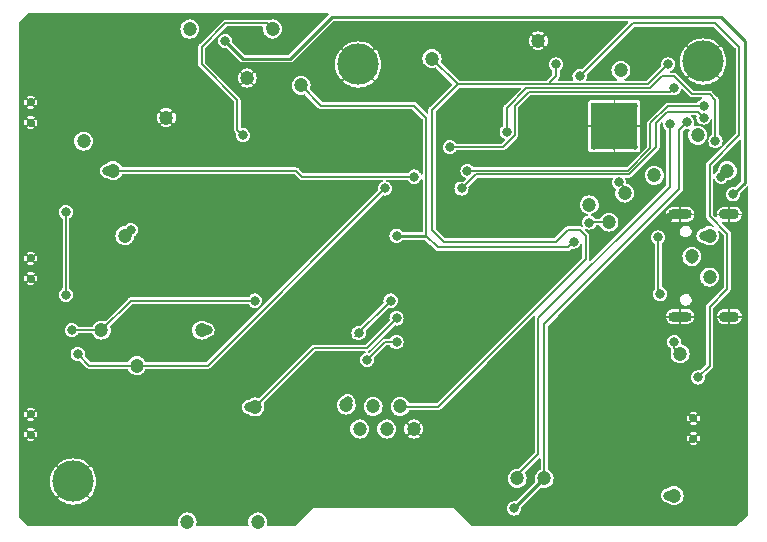
<source format=gbr>
%TF.GenerationSoftware,KiCad,Pcbnew,7.0.9*%
%TF.CreationDate,2024-03-02T15:09:24+02:00*%
%TF.ProjectId,DRM_Watch_V3,44524d5f-5761-4746-9368-5f56332e6b69,rev?*%
%TF.SameCoordinates,Original*%
%TF.FileFunction,Copper,L2,Bot*%
%TF.FilePolarity,Positive*%
%FSLAX46Y46*%
G04 Gerber Fmt 4.6, Leading zero omitted, Abs format (unit mm)*
G04 Created by KiCad (PCBNEW 7.0.9) date 2024-03-02 15:09:24*
%MOMM*%
%LPD*%
G01*
G04 APERTURE LIST*
%TA.AperFunction,ComponentPad*%
%ADD10C,0.500000*%
%TD*%
%TA.AperFunction,SMDPad,CuDef*%
%ADD11R,4.000000X4.000000*%
%TD*%
%TA.AperFunction,ComponentPad*%
%ADD12C,3.500000*%
%TD*%
%TA.AperFunction,ComponentPad*%
%ADD13C,0.700000*%
%TD*%
%TA.AperFunction,ComponentPad*%
%ADD14O,2.000000X0.900000*%
%TD*%
%TA.AperFunction,ComponentPad*%
%ADD15O,1.700000X0.900000*%
%TD*%
%TA.AperFunction,SMDPad,CuDef*%
%ADD16C,1.200000*%
%TD*%
%TA.AperFunction,ViaPad*%
%ADD17C,0.800000*%
%TD*%
%TA.AperFunction,Conductor*%
%ADD18C,0.150000*%
%TD*%
%TA.AperFunction,Conductor*%
%ADD19C,0.250000*%
%TD*%
%TA.AperFunction,Conductor*%
%ADD20C,0.200000*%
%TD*%
G04 APERTURE END LIST*
D10*
%TO.P,U1,57,GND*%
%TO.N,GND*%
X115196319Y-51487182D03*
X115196319Y-53237182D03*
X115196319Y-54987182D03*
X116946319Y-51487182D03*
X116946319Y-53237182D03*
D11*
X116946319Y-53237182D03*
D10*
X116946319Y-54987182D03*
X118696319Y-51487182D03*
X118696319Y-53237182D03*
X118696319Y-54987182D03*
%TD*%
D12*
%TO.P,M2,1*%
%TO.N,GND*%
X124460000Y-47752000D03*
%TD*%
D13*
%TO.P,S2,3,Shield*%
%TO.N,GND*%
X67518000Y-64428000D03*
X67518000Y-66128000D03*
%TD*%
%TO.P,S1,3,Shield*%
%TO.N,GND*%
X67518000Y-51220000D03*
X67518000Y-52920000D03*
%TD*%
%TO.P,S4,3,Shield*%
%TO.N,GND*%
X67518000Y-77636000D03*
X67518000Y-79336000D03*
%TD*%
D12*
%TO.P,M3,1*%
%TO.N,GND*%
X95250000Y-48006000D03*
%TD*%
D13*
%TO.P,S3,3,Shield*%
%TO.N,GND*%
X123637000Y-79678000D03*
X123637000Y-77978000D03*
%TD*%
D12*
%TO.P,M1,1*%
%TO.N,GND*%
X71120000Y-83312000D03*
%TD*%
D14*
%TO.P,J1,S1,SHIELD*%
%TO.N,GND*%
X122500000Y-69356000D03*
%TO.P,J1,S2,SHIELD*%
X122500000Y-60706000D03*
D15*
%TO.P,J1,S3,SHIELD*%
X126670000Y-69356000D03*
%TO.P,J1,S4,SHIELD*%
X126670000Y-60706000D03*
%TD*%
D16*
%TO.P,TP15,1,1*%
%TO.N,Net-(U1-GPIO5{slash}ADC1_CH4)*%
X96520000Y-76962000D03*
%TD*%
%TO.P,TP38,1,1*%
%TO.N,Net-(U1-GPIO8{slash}ADC1_CH7)*%
X86500000Y-77000000D03*
%TD*%
%TO.P,TP9,1,1*%
%TO.N,GND*%
X85852000Y-49149000D03*
%TD*%
%TO.P,TP24,1,1*%
%TO.N,Net-(J1-DP1)*%
X123500000Y-64262000D03*
%TD*%
%TO.P,TP36,1,1*%
%TO.N,Net-(U1-GPIO34)*%
X124000000Y-54000000D03*
%TD*%
%TO.P,TP5,1,1*%
%TO.N,Net-(U1-GPIO2{slash}ADC1_CH1)*%
X82000000Y-70500000D03*
%TD*%
%TO.P,TP16,1,1*%
%TO.N,Net-(U1-GPIO6{slash}ADC1_CH5)*%
X97663000Y-78867000D03*
%TD*%
%TO.P,TP20,1,1*%
%TO.N,Net-(U1-GPIO37)*%
X76500000Y-73500000D03*
%TD*%
%TO.P,TP12,1,1*%
%TO.N,Net-(U1-GPIO3{slash}ADC1_CH2)*%
X126500000Y-57000000D03*
%TD*%
%TO.P,TP11,1,1*%
%TO.N,Net-(U1-GPIO4{slash}ADC1_CH3)*%
X88000000Y-45000000D03*
%TD*%
%TO.P,TP30,1,1*%
%TO.N,Net-(U1-GPIO35)*%
X110998000Y-83058000D03*
%TD*%
%TO.P,TP37,1,1*%
%TO.N,Net-(U1-GPIO13{slash}ADC2_CH2)*%
X114821319Y-59885182D03*
%TD*%
%TO.P,TP14,1,1*%
%TO.N,Net-(U1-GPIO11{slash}ADC2_CH0)*%
X95377000Y-78867000D03*
%TD*%
%TO.P,TP34,1,1*%
%TO.N,Net-(U1-GPIO21)*%
X120321319Y-57385182D03*
%TD*%
%TO.P,TP1,1,1*%
%TO.N,+3V3*%
X101500000Y-47500000D03*
%TD*%
%TO.P,TP7,1,1*%
%TO.N,VBUS*%
X125000000Y-62500000D03*
%TD*%
%TO.P,TP31,1,1*%
%TO.N,Net-(U1-GPIO14{slash}ADC2_CH3)*%
X116483332Y-61350058D03*
%TD*%
%TO.P,TP4,1,1*%
%TO.N,Net-(U1-GPIO1{slash}ADC1_CH0)*%
X75500000Y-62500000D03*
%TD*%
%TO.P,TP19,1,1*%
%TO.N,Net-(U1-GPIO36)*%
X74500000Y-57000000D03*
%TD*%
%TO.P,TP29,1,1*%
%TO.N,Net-(U1-GPIO33)*%
X108712000Y-83058000D03*
%TD*%
%TO.P,TP6,1,1*%
%TO.N,GND*%
X110500000Y-46000000D03*
%TD*%
%TO.P,TP2,1,1*%
%TO.N,VCC*%
X90424000Y-49784000D03*
%TD*%
%TO.P,TP26,1,1*%
%TO.N,Net-(R21-Pad1)*%
X86741000Y-86741000D03*
%TD*%
%TO.P,TP32,1,1*%
%TO.N,Net-(U5-VB)*%
X80772000Y-86741000D03*
%TD*%
%TO.P,TP13,1,1*%
%TO.N,Net-(U1-GPIO7{slash}ADC1_CH6)*%
X94234000Y-76835000D03*
%TD*%
%TO.P,TP22,1,1*%
%TO.N,Net-(U1-GPIO12{slash}ADC2_CH1)*%
X122500000Y-72500000D03*
%TD*%
%TO.P,TP25,1,1*%
%TO.N,Net-(J1-DN1)*%
X125000000Y-66000000D03*
%TD*%
%TO.P,TP23,1,1*%
%TO.N,VBUS*%
X81000000Y-45000000D03*
%TD*%
%TO.P,TP33,1,1*%
%TO.N,Net-(U1-GPIO18{slash}ADC2_CH7{slash}DAC_2)*%
X117821319Y-58885182D03*
%TD*%
%TO.P,TP8,1,1*%
%TO.N,GND*%
X79000000Y-52500000D03*
%TD*%
%TO.P,TP17,1,1*%
%TO.N,GND*%
X99949000Y-78867000D03*
%TD*%
%TO.P,TP3,1,1*%
%TO.N,Net-(U1-GPIO0{slash}BOOT)*%
X72000000Y-54500000D03*
%TD*%
%TO.P,TP18,1,1*%
%TO.N,+3V3*%
X98806000Y-76962000D03*
%TD*%
%TO.P,TP21,1,1*%
%TO.N,Net-(U1-GPIO38)*%
X73500000Y-70500000D03*
%TD*%
%TO.P,TP35,1,1*%
%TO.N,Net-(U1-GPIO45)*%
X117500000Y-48500000D03*
%TD*%
%TO.P,TP10,1,1*%
%TO.N,Net-(U1-CHIP_PU{slash}RESET)*%
X122000000Y-84500000D03*
%TD*%
D17*
%TO.N,GND*%
X74000000Y-66500000D03*
X76000000Y-70500000D03*
X87000000Y-71500000D03*
X88000000Y-51000000D03*
X78000000Y-54500000D03*
X82000000Y-55500000D03*
X93000000Y-55500000D03*
X95500000Y-63000000D03*
X122500000Y-45500000D03*
X110269252Y-51321865D03*
%TO.N,Net-(U1-GPIO2{slash}ADC1_CH1)*%
X82500000Y-70500000D03*
%TO.N,VCC*%
X113500000Y-63000000D03*
X98500000Y-62500000D03*
X90297000Y-49657000D03*
%TO.N,+3V3*%
X121500000Y-48000000D03*
X101500000Y-47500000D03*
X98786004Y-76981996D03*
X112000000Y-48000000D03*
%TO.N,Net-(J1-DP1)*%
X123500000Y-64500000D03*
%TO.N,Net-(J1-DN1)*%
X125000000Y-66000000D03*
%TO.N,GND*%
X123500000Y-55500000D03*
X77851000Y-46736000D03*
X90000000Y-77000000D03*
X113000000Y-79500000D03*
X68500000Y-85500000D03*
X99949000Y-78867002D03*
X102500000Y-69000000D03*
X71501000Y-45847000D03*
X109000000Y-77500000D03*
X121463044Y-61026906D03*
X126500000Y-52500000D03*
X109000000Y-66500000D03*
X83500000Y-75000000D03*
X81000000Y-65500000D03*
X110500000Y-46000000D03*
X85979002Y-49276001D03*
X99000000Y-48000000D03*
X91500000Y-61000000D03*
X72500000Y-78000000D03*
X125500000Y-84500000D03*
X105000000Y-51000000D03*
X126500000Y-78000000D03*
X110000000Y-60500000D03*
X95500000Y-83500000D03*
X73000000Y-60000000D03*
X116500000Y-67500000D03*
X112500000Y-58000000D03*
X90000000Y-83000000D03*
%TO.N,Net-(U1-GPIO7{slash}ADC1_CH6)*%
X94361000Y-76530498D03*
X95290644Y-70742408D03*
X98000000Y-68000000D03*
%TO.N,Net-(U1-GPIO5{slash}ADC1_CH4)*%
X96520000Y-76962004D03*
%TO.N,Net-(U1-GPIO11{slash}ADC2_CH0)*%
X95503992Y-78740000D03*
X98500000Y-71500000D03*
X96000000Y-73000000D03*
%TO.N,Net-(U1-GPIO6{slash}ADC1_CH5)*%
X97663000Y-78867010D03*
%TO.N,Net-(U1-GPIO0{slash}BOOT)*%
X72000000Y-54500000D03*
%TO.N,Net-(U1-GPIO1{slash}ADC1_CH0)*%
X76000000Y-62000000D03*
%TO.N,Net-(U1-CHIP_PU{slash}RESET)*%
X124000000Y-74500000D03*
X113999984Y-49000000D03*
X121500000Y-84500000D03*
%TO.N,Net-(U1-GPIO12{slash}ADC2_CH1)*%
X122000000Y-71500000D03*
%TO.N,Net-(U1-GPIO33)*%
X108712000Y-83058000D03*
X121631589Y-53086184D03*
%TO.N,VBUS*%
X127000000Y-59000000D03*
X120804250Y-67434643D03*
X80899000Y-45212000D03*
X120650703Y-62649509D03*
X84000000Y-46000000D03*
X124500000Y-62500000D03*
%TO.N,Net-(U1-GPIO35)*%
X123106070Y-52893938D03*
X108458000Y-85598000D03*
%TO.N,Net-(D5-A)*%
X70500000Y-67500000D03*
X70500000Y-60500000D03*
%TO.N,Net-(U1-GPIO4{slash}ADC1_CH3)*%
X85500000Y-54000000D03*
X87884000Y-44831000D03*
%TO.N,Net-(U1-GPIO3{slash}ADC1_CH2)*%
X107825000Y-53712182D03*
X125500000Y-54500000D03*
X126000000Y-57500000D03*
%TO.N,Net-(U1-GPIO36)*%
X124500000Y-52500000D03*
X100000000Y-57500000D03*
X74000000Y-57000000D03*
X104000000Y-58500000D03*
%TO.N,Net-(U1-GPIO37)*%
X71500000Y-72500000D03*
X124500000Y-51500000D03*
X104500008Y-57000000D03*
X97500000Y-58500000D03*
%TO.N,Net-(U1-GPIO38)*%
X86500000Y-68000000D03*
X122000000Y-50000000D03*
X103000000Y-55000000D03*
X71000000Y-70500000D03*
%TO.N,Net-(U1-GPIO14{slash}ADC2_CH3)*%
X114821319Y-61385182D03*
%TO.N,Net-(U1-GPIO18{slash}ADC2_CH7{slash}DAC_2)*%
X117321319Y-57975000D03*
%TO.N,Net-(U1-GPIO21)*%
X120321319Y-57385182D03*
%TO.N,Net-(U1-GPIO45)*%
X117500000Y-48500000D03*
%TO.N,Net-(U1-GPIO34)*%
X124000000Y-54000000D03*
%TO.N,Net-(U1-GPIO13{slash}ADC2_CH2)*%
X114821319Y-59885182D03*
%TO.N,Net-(R21-Pad1)*%
X86741000Y-86740992D03*
%TO.N,Net-(U1-GPIO8{slash}ADC1_CH7)*%
X86000000Y-77000000D03*
X98500000Y-69500000D03*
%TO.N,Net-(U5-VB)*%
X80772000Y-86741012D03*
%TD*%
D18*
%TO.N,Net-(U1-GPIO38)*%
X108500000Y-54005475D02*
X107505475Y-55000000D01*
X108500000Y-51500000D02*
X108500000Y-54005475D01*
X109687918Y-50312082D02*
X108500000Y-51500000D01*
X107505475Y-55000000D02*
X103000000Y-55000000D01*
X121687918Y-50312082D02*
X109687918Y-50312082D01*
X122000000Y-50000000D02*
X121687918Y-50312082D01*
%TO.N,Net-(U1-GPIO3{slash}ADC1_CH2)*%
X107825000Y-51675000D02*
X107825000Y-53712182D01*
X109500000Y-50000000D02*
X107825000Y-51675000D01*
X121000000Y-49000000D02*
X120000000Y-50000000D01*
X120000000Y-50000000D02*
X109500000Y-50000000D01*
X122000000Y-49000000D02*
X121000000Y-49000000D01*
X125500000Y-54500000D02*
X125500000Y-51000000D01*
X125500000Y-51000000D02*
X125000000Y-50500000D01*
X123500000Y-50500000D02*
X122000000Y-49000000D01*
X125000000Y-50500000D02*
X123500000Y-50500000D01*
%TO.N,Net-(U1-GPIO37)*%
X120000000Y-55066752D02*
X118066752Y-57000000D01*
X120000000Y-53000000D02*
X120000000Y-55066752D01*
X124500000Y-51500000D02*
X121500000Y-51500000D01*
X121500000Y-51500000D02*
X120000000Y-53000000D01*
X118066752Y-57000000D02*
X104500008Y-57000000D01*
%TO.N,Net-(U1-GPIO36)*%
X105200000Y-57300000D02*
X104000000Y-58500000D01*
X120500000Y-54991016D02*
X118191016Y-57300000D01*
X120500000Y-52924264D02*
X120500000Y-54991016D01*
X124000000Y-52000000D02*
X121424264Y-52000000D01*
X124500000Y-52500000D02*
X124000000Y-52000000D01*
X118191016Y-57300000D02*
X105200000Y-57300000D01*
X121424264Y-52000000D02*
X120500000Y-52924264D01*
%TO.N,Net-(U1-GPIO18{slash}ADC2_CH7{slash}DAC_2)*%
X117821319Y-58475000D02*
X117321319Y-57975000D01*
X117821319Y-58885182D02*
X117821319Y-58475000D01*
%TO.N,Net-(U1-GPIO2{slash}ADC1_CH1)*%
X82500000Y-70500000D02*
X82000000Y-70500000D01*
D19*
%TO.N,VCC*%
X98500000Y-62500000D02*
X101000000Y-62500000D01*
D20*
X100000000Y-51500000D02*
X101000000Y-52500000D01*
X113000000Y-63500000D02*
X113500000Y-63000000D01*
X102000000Y-63500000D02*
X113000000Y-63500000D01*
X101000000Y-62500000D02*
X102000000Y-63500000D01*
X92140000Y-51500000D02*
X100000000Y-51500000D01*
X90424000Y-49784000D02*
X92140000Y-51500000D01*
X101000000Y-52500000D02*
X101000000Y-62500000D01*
%TO.N,+3V3*%
X112000000Y-48000000D02*
X112000000Y-49000000D01*
X112000000Y-63000000D02*
X113000000Y-62000000D01*
X114500000Y-62500000D02*
X114500000Y-64500000D01*
X101500000Y-62000000D02*
X102500000Y-63000000D01*
X111500000Y-49500000D02*
X111500000Y-49675000D01*
X103675000Y-49675000D02*
X101500000Y-51850000D01*
X121500000Y-48000000D02*
X119825000Y-49675000D01*
X103675000Y-49675000D02*
X101500000Y-47500000D01*
X114500000Y-64500000D02*
X102018004Y-76981996D01*
X119825000Y-49675000D02*
X111500000Y-49675000D01*
X112000000Y-49000000D02*
X111500000Y-49500000D01*
X114000000Y-62000000D02*
X114500000Y-62500000D01*
X102018004Y-76981996D02*
X98786004Y-76981996D01*
X98806000Y-76962000D02*
X98786004Y-76981996D01*
X111500000Y-49675000D02*
X103675000Y-49675000D01*
X101500000Y-51850000D02*
X101500000Y-62000000D01*
X102500000Y-63000000D02*
X112000000Y-63000000D01*
X113000000Y-62000000D02*
X114000000Y-62000000D01*
D18*
%TO.N,Net-(J1-DP1)*%
X123500000Y-64500000D02*
X123500000Y-64262000D01*
%TO.N,Net-(U1-GPIO7{slash}ADC1_CH6)*%
X94361000Y-76708000D02*
X94234000Y-76835000D01*
X94361000Y-76530498D02*
X94361000Y-76708000D01*
X95000000Y-71000000D02*
X95033052Y-71000000D01*
X98000000Y-68000000D02*
X95000000Y-71000000D01*
X95033052Y-71000000D02*
X95290644Y-70742408D01*
%TO.N,Net-(U1-GPIO5{slash}ADC1_CH4)*%
X96520000Y-76962000D02*
X96520000Y-76962004D01*
%TO.N,Net-(U1-GPIO11{slash}ADC2_CH0)*%
X95503992Y-78740008D02*
X95503992Y-78740000D01*
X95377000Y-78867000D02*
X95503992Y-78740008D01*
X98500000Y-71500000D02*
X97500000Y-71500000D01*
X97500000Y-71500000D02*
X96000000Y-73000000D01*
%TO.N,Net-(U1-GPIO6{slash}ADC1_CH5)*%
X97663000Y-78867000D02*
X97663000Y-78867010D01*
%TO.N,Net-(U1-GPIO1{slash}ADC1_CH0)*%
X76000000Y-62000000D02*
X75500000Y-62500000D01*
D20*
%TO.N,Net-(U1-CHIP_PU{slash}RESET)*%
X127500000Y-54000000D02*
X127500000Y-46500000D01*
X127500000Y-46500000D02*
X125500000Y-44500000D01*
X125000000Y-60823717D02*
X125000000Y-56500000D01*
X125000000Y-68500000D02*
X126500000Y-67000000D01*
X118499984Y-44500000D02*
X113999984Y-49000000D01*
X125000000Y-56500000D02*
X127500000Y-54000000D01*
X126500000Y-62323717D02*
X125000000Y-60823717D01*
X125500000Y-44500000D02*
X118499984Y-44500000D01*
X126500000Y-67000000D02*
X126500000Y-62323717D01*
X121500000Y-84500000D02*
X122000000Y-84500000D01*
X124000000Y-74500000D02*
X125000000Y-73500000D01*
X125000000Y-73500000D02*
X125000000Y-68500000D01*
D18*
%TO.N,Net-(U1-GPIO12{slash}ADC2_CH1)*%
X122000000Y-72000000D02*
X122500000Y-72500000D01*
X122000000Y-71500000D02*
X122000000Y-72000000D01*
D20*
%TO.N,Net-(U1-GPIO33)*%
X121631589Y-58368411D02*
X121631589Y-53086184D01*
X110500000Y-69500000D02*
X121631589Y-58368411D01*
X108712000Y-82788000D02*
X110500000Y-81000000D01*
X110500000Y-81000000D02*
X110500000Y-69500000D01*
X108712000Y-83058000D02*
X108712000Y-82788000D01*
D19*
%TO.N,VBUS*%
X89500000Y-47500000D02*
X93000000Y-44000000D01*
X126000000Y-44000000D02*
X128000000Y-46000000D01*
X128000000Y-46000000D02*
X128000000Y-58000000D01*
X128000000Y-58000000D02*
X127000000Y-59000000D01*
X93000000Y-44000000D02*
X126000000Y-44000000D01*
X85500000Y-47500000D02*
X89500000Y-47500000D01*
X84000000Y-46000000D02*
X85500000Y-47500000D01*
D20*
X120650703Y-67281096D02*
X120650703Y-62649509D01*
D19*
X80899000Y-45212000D02*
X80899000Y-44958000D01*
X80899000Y-44958000D02*
X80645000Y-44704000D01*
D20*
X124500000Y-62500000D02*
X125000000Y-62500000D01*
X120804250Y-67434643D02*
X120650703Y-67281096D01*
%TO.N,Net-(U1-GPIO35)*%
X122450000Y-58550000D02*
X122450000Y-53550008D01*
X110998000Y-70002000D02*
X122450000Y-58550000D01*
D19*
X110998000Y-83058000D02*
X108458000Y-85598000D01*
D20*
X122450000Y-53550008D02*
X123106070Y-52893938D01*
X110998000Y-83058000D02*
X110998000Y-70002000D01*
D18*
%TO.N,Net-(D5-A)*%
X70500000Y-60500000D02*
X70500000Y-67500000D01*
%TO.N,Net-(U1-GPIO4{slash}ADC1_CH3)*%
X85027000Y-51027000D02*
X82000000Y-48000000D01*
X82000000Y-48000000D02*
X82000000Y-46500000D01*
X85027000Y-53527000D02*
X85027000Y-51027000D01*
X84000000Y-44500000D02*
X87553000Y-44500000D01*
X87757000Y-44577000D02*
X87757000Y-44704000D01*
X87757000Y-44704000D02*
X87884000Y-44831000D01*
X82000000Y-46500000D02*
X84000000Y-44500000D01*
X87553000Y-44500000D02*
X87884000Y-44831000D01*
X85500000Y-54000000D02*
X85027000Y-53527000D01*
%TO.N,Net-(U1-GPIO3{slash}ADC1_CH2)*%
X126000000Y-57500000D02*
X126500000Y-57000000D01*
%TO.N,Net-(U1-GPIO36)*%
X90500000Y-57500000D02*
X90000000Y-57000000D01*
X100000000Y-57500000D02*
X90500000Y-57500000D01*
X90000000Y-57000000D02*
X74500000Y-57000000D01*
X74500000Y-57000000D02*
X74000000Y-57000000D01*
%TO.N,Net-(U1-GPIO37)*%
X76500000Y-73500000D02*
X72500000Y-73500000D01*
X97500000Y-58500000D02*
X82500000Y-73500000D01*
X82500000Y-73500000D02*
X76500000Y-73500000D01*
X72500000Y-73500000D02*
X71500000Y-72500000D01*
%TO.N,Net-(U1-GPIO38)*%
X71000000Y-70500000D02*
X73500000Y-70500000D01*
X76000000Y-68000000D02*
X73500000Y-70500000D01*
X86500000Y-68000000D02*
X76000000Y-68000000D01*
%TO.N,Net-(U1-GPIO14{slash}ADC2_CH3)*%
X116321319Y-61188045D02*
X116483332Y-61350058D01*
X116321319Y-60885182D02*
X116321319Y-61188045D01*
X114856443Y-61350058D02*
X116483332Y-61350058D01*
X114821319Y-61385182D02*
X114856443Y-61350058D01*
%TO.N,Net-(U1-GPIO34)*%
X124000000Y-54000000D02*
X124000000Y-54500000D01*
D19*
%TO.N,Net-(R21-Pad1)*%
X86741000Y-86741000D02*
X86741000Y-86740992D01*
D18*
%TO.N,Net-(U1-GPIO8{slash}ADC1_CH7)*%
X86000000Y-77000000D02*
X86500000Y-77000000D01*
X91500000Y-72000000D02*
X86500000Y-77000000D01*
X98500000Y-69500000D02*
X96000000Y-72000000D01*
X96000000Y-72000000D02*
X91500000Y-72000000D01*
%TD*%
%TA.AperFunction,Conductor*%
%TO.N,GND*%
G36*
X92720586Y-43705313D02*
G01*
X92745896Y-43749150D01*
X92737106Y-43799000D01*
X92725345Y-43814326D01*
X90215296Y-46324378D01*
X89386848Y-47152826D01*
X89340972Y-47174218D01*
X89334522Y-47174500D01*
X85665479Y-47174500D01*
X85617913Y-47157187D01*
X85613153Y-47152826D01*
X85115450Y-46655123D01*
X84614574Y-46154248D01*
X84593183Y-46108373D01*
X84593533Y-46092269D01*
X84605682Y-46000000D01*
X84585044Y-45843238D01*
X84524536Y-45697159D01*
X84428282Y-45571718D01*
X84428279Y-45571715D01*
X84302841Y-45475464D01*
X84156761Y-45414955D01*
X84000000Y-45394318D01*
X83843239Y-45414955D01*
X83843238Y-45414955D01*
X83697158Y-45475464D01*
X83571720Y-45571715D01*
X83571715Y-45571720D01*
X83475464Y-45697158D01*
X83414955Y-45843238D01*
X83414955Y-45843239D01*
X83394318Y-46000000D01*
X83414955Y-46156760D01*
X83414955Y-46156761D01*
X83475464Y-46302841D01*
X83571715Y-46428279D01*
X83571720Y-46428284D01*
X83628376Y-46471757D01*
X83697159Y-46524536D01*
X83843238Y-46585044D01*
X84000000Y-46605682D01*
X84092264Y-46593534D01*
X84141682Y-46604490D01*
X84154248Y-46614574D01*
X84713891Y-47174218D01*
X85258652Y-47718979D01*
X85260821Y-47721346D01*
X85287545Y-47753194D01*
X85323541Y-47773976D01*
X85323548Y-47773980D01*
X85326272Y-47775716D01*
X85360314Y-47799553D01*
X85360315Y-47799553D01*
X85360316Y-47799554D01*
X85364945Y-47800794D01*
X85382800Y-47808189D01*
X85386955Y-47810588D01*
X85427915Y-47817809D01*
X85431028Y-47818500D01*
X85471193Y-47829263D01*
X85512598Y-47825640D01*
X85515817Y-47825500D01*
X89484174Y-47825500D01*
X89487394Y-47825640D01*
X89513546Y-47827928D01*
X89528805Y-47829264D01*
X89528805Y-47829263D01*
X89528807Y-47829264D01*
X89568967Y-47818502D01*
X89572100Y-47817807D01*
X89613045Y-47810588D01*
X89617194Y-47808191D01*
X89635055Y-47800794D01*
X89639684Y-47799554D01*
X89673733Y-47775712D01*
X89676450Y-47773980D01*
X89712455Y-47753194D01*
X89739187Y-47721334D01*
X89741348Y-47718976D01*
X91460326Y-46000000D01*
X109694938Y-46000000D01*
X109715123Y-46179143D01*
X109715126Y-46179154D01*
X109774663Y-46349302D01*
X109870575Y-46501945D01*
X109881281Y-46512651D01*
X110393932Y-46000000D01*
X110606066Y-46000000D01*
X111118717Y-46512651D01*
X111129423Y-46501947D01*
X111129424Y-46501946D01*
X111225336Y-46349304D01*
X111225336Y-46349302D01*
X111284873Y-46179154D01*
X111284876Y-46179143D01*
X111305061Y-46000000D01*
X111284876Y-45820856D01*
X111284873Y-45820845D01*
X111225336Y-45650697D01*
X111129424Y-45498054D01*
X111118717Y-45487347D01*
X110606066Y-45999999D01*
X110606066Y-46000000D01*
X110393932Y-46000000D01*
X110393933Y-45999999D01*
X109881281Y-45487347D01*
X109870576Y-45498053D01*
X109774663Y-45650695D01*
X109774663Y-45650697D01*
X109715126Y-45820845D01*
X109715123Y-45820856D01*
X109694938Y-46000000D01*
X91460326Y-46000000D01*
X92079045Y-45381281D01*
X109987347Y-45381281D01*
X110499999Y-45893933D01*
X111012652Y-45381281D01*
X111001945Y-45370575D01*
X110849302Y-45274663D01*
X110679154Y-45215126D01*
X110679143Y-45215123D01*
X110500000Y-45194938D01*
X110320856Y-45215123D01*
X110320845Y-45215126D01*
X110150697Y-45274663D01*
X110150695Y-45274663D01*
X109998053Y-45370576D01*
X109987347Y-45381281D01*
X92079045Y-45381281D01*
X93113153Y-44347174D01*
X93159030Y-44325782D01*
X93165479Y-44325500D01*
X118070861Y-44325500D01*
X118118427Y-44342813D01*
X118143737Y-44386650D01*
X118134947Y-44436500D01*
X118123187Y-44451826D01*
X114185474Y-48389537D01*
X114139598Y-48410929D01*
X114123492Y-48410578D01*
X113999984Y-48394318D01*
X113999983Y-48394318D01*
X113843223Y-48414955D01*
X113843222Y-48414955D01*
X113697142Y-48475464D01*
X113571704Y-48571715D01*
X113571699Y-48571720D01*
X113475448Y-48697158D01*
X113414939Y-48843238D01*
X113414939Y-48843239D01*
X113394302Y-49000000D01*
X113414939Y-49156760D01*
X113414940Y-49156764D01*
X113462748Y-49272182D01*
X113464956Y-49322752D01*
X113434141Y-49362911D01*
X113394381Y-49374500D01*
X112232149Y-49374500D01*
X112184583Y-49357187D01*
X112159273Y-49313350D01*
X112168063Y-49263500D01*
X112180296Y-49249657D01*
X112179606Y-49249028D01*
X112196074Y-49230963D01*
X112216837Y-49208186D01*
X112217995Y-49206975D01*
X112232174Y-49192797D01*
X112234673Y-49189147D01*
X112237848Y-49185138D01*
X112259916Y-49160933D01*
X112264514Y-49149063D01*
X112272465Y-49133977D01*
X112279657Y-49123480D01*
X112287153Y-49091607D01*
X112288669Y-49086711D01*
X112292113Y-49077823D01*
X112300500Y-49056173D01*
X112300500Y-49043446D01*
X112302466Y-49026502D01*
X112305379Y-49014119D01*
X112300854Y-48981683D01*
X112300500Y-48976573D01*
X112300500Y-48562825D01*
X112317813Y-48515259D01*
X112329452Y-48504117D01*
X112428279Y-48428284D01*
X112428282Y-48428282D01*
X112524536Y-48302841D01*
X112585044Y-48156762D01*
X112605682Y-48000000D01*
X112585044Y-47843238D01*
X112524536Y-47697159D01*
X112428282Y-47571718D01*
X112428279Y-47571715D01*
X112302841Y-47475464D01*
X112156761Y-47414955D01*
X112000000Y-47394318D01*
X111843239Y-47414955D01*
X111843238Y-47414955D01*
X111697158Y-47475464D01*
X111571720Y-47571715D01*
X111571715Y-47571720D01*
X111475464Y-47697158D01*
X111414955Y-47843238D01*
X111414955Y-47843239D01*
X111394318Y-48000000D01*
X111414955Y-48156760D01*
X111414955Y-48156761D01*
X111475464Y-48302841D01*
X111571715Y-48428279D01*
X111571720Y-48428284D01*
X111670548Y-48504117D01*
X111697746Y-48546808D01*
X111699500Y-48562825D01*
X111699500Y-48844876D01*
X111682187Y-48892442D01*
X111677826Y-48897202D01*
X111330708Y-49244319D01*
X111320865Y-49251405D01*
X111321245Y-49251908D01*
X111315773Y-49256040D01*
X111283174Y-49291797D01*
X111281997Y-49293029D01*
X111267822Y-49307206D01*
X111265326Y-49310851D01*
X111262145Y-49314866D01*
X111240083Y-49339067D01*
X111239843Y-49339456D01*
X111239439Y-49339773D01*
X111235465Y-49344134D01*
X111234742Y-49343475D01*
X111200083Y-49370784D01*
X111176927Y-49374500D01*
X103830124Y-49374500D01*
X103782558Y-49357187D01*
X103777798Y-49352826D01*
X102271291Y-47846320D01*
X102249899Y-47800444D01*
X102253769Y-47769556D01*
X102285368Y-47679255D01*
X102305565Y-47500000D01*
X102285368Y-47320745D01*
X102285365Y-47320736D01*
X102225790Y-47150479D01*
X102190120Y-47093712D01*
X102129816Y-46997738D01*
X102002262Y-46870184D01*
X101926232Y-46822411D01*
X101849520Y-46774209D01*
X101679263Y-46714634D01*
X101679256Y-46714632D01*
X101679255Y-46714632D01*
X101500000Y-46694435D01*
X101320745Y-46714632D01*
X101320736Y-46714634D01*
X101150479Y-46774209D01*
X100997739Y-46870183D01*
X100870183Y-46997739D01*
X100774209Y-47150479D01*
X100714634Y-47320736D01*
X100714632Y-47320745D01*
X100694435Y-47500000D01*
X100710877Y-47645932D01*
X100714632Y-47679254D01*
X100714634Y-47679263D01*
X100774209Y-47849520D01*
X100839496Y-47953422D01*
X100870184Y-48002262D01*
X100997738Y-48129816D01*
X101044348Y-48159103D01*
X101150479Y-48225790D01*
X101317464Y-48284220D01*
X101320745Y-48285368D01*
X101500000Y-48305565D01*
X101679255Y-48285368D01*
X101769554Y-48253770D01*
X101820167Y-48254400D01*
X101846320Y-48271291D01*
X103197702Y-49622673D01*
X103219094Y-49668549D01*
X103205993Y-49717444D01*
X103197702Y-49727325D01*
X101330708Y-51594319D01*
X101320865Y-51601405D01*
X101321245Y-51601908D01*
X101315773Y-51606040D01*
X101283174Y-51641797D01*
X101281997Y-51643029D01*
X101267822Y-51657206D01*
X101265326Y-51660851D01*
X101262145Y-51664866D01*
X101240085Y-51689065D01*
X101240083Y-51689067D01*
X101235483Y-51700941D01*
X101227536Y-51716017D01*
X101220344Y-51726517D01*
X101212847Y-51758390D01*
X101211330Y-51763288D01*
X101199500Y-51793828D01*
X101199500Y-51806553D01*
X101197535Y-51823488D01*
X101194621Y-51835881D01*
X101199145Y-51868316D01*
X101199500Y-51873424D01*
X101199500Y-52095877D01*
X101182187Y-52143443D01*
X101138350Y-52168753D01*
X101088500Y-52159963D01*
X101073174Y-52148203D01*
X100255682Y-51330711D01*
X100248597Y-51320862D01*
X100248091Y-51321245D01*
X100243958Y-51315772D01*
X100235313Y-51307891D01*
X100208208Y-51283181D01*
X100206976Y-51282005D01*
X100192796Y-51267825D01*
X100189149Y-51265326D01*
X100185132Y-51262144D01*
X100184338Y-51261420D01*
X100160933Y-51240084D01*
X100149061Y-51235484D01*
X100133981Y-51227536D01*
X100123480Y-51220343D01*
X100091612Y-51212848D01*
X100086713Y-51211331D01*
X100056174Y-51199500D01*
X100056173Y-51199500D01*
X100043447Y-51199500D01*
X100026504Y-51197534D01*
X100014119Y-51194621D01*
X100014117Y-51194621D01*
X100003641Y-51196082D01*
X99981684Y-51199145D01*
X99976574Y-51199500D01*
X92295124Y-51199500D01*
X92247558Y-51182187D01*
X92242798Y-51177826D01*
X91195291Y-50130320D01*
X91173899Y-50084444D01*
X91177769Y-50053556D01*
X91209368Y-49963255D01*
X91229565Y-49784000D01*
X91209368Y-49604745D01*
X91197812Y-49571720D01*
X91149790Y-49434479D01*
X91112102Y-49374500D01*
X91053816Y-49281738D01*
X90926262Y-49154184D01*
X90849578Y-49106000D01*
X90773520Y-49058209D01*
X90603263Y-48998634D01*
X90603256Y-48998632D01*
X90603255Y-48998632D01*
X90424000Y-48978435D01*
X90244745Y-48998632D01*
X90244736Y-48998634D01*
X90074479Y-49058209D01*
X89921739Y-49154183D01*
X89794183Y-49281739D01*
X89698209Y-49434479D01*
X89638634Y-49604736D01*
X89638632Y-49604745D01*
X89618435Y-49784000D01*
X89635321Y-49933873D01*
X89638632Y-49963254D01*
X89638634Y-49963263D01*
X89698209Y-50133520D01*
X89744498Y-50207187D01*
X89794184Y-50286262D01*
X89921738Y-50413816D01*
X89944764Y-50428284D01*
X90074479Y-50509790D01*
X90244736Y-50569365D01*
X90244745Y-50569368D01*
X90424000Y-50589565D01*
X90603255Y-50569368D01*
X90693554Y-50537770D01*
X90744167Y-50538400D01*
X90770320Y-50555291D01*
X91884318Y-51669289D01*
X91891404Y-51679137D01*
X91891910Y-51678756D01*
X91896041Y-51684227D01*
X91896042Y-51684228D01*
X91929935Y-51715126D01*
X91931785Y-51716812D01*
X91933022Y-51717993D01*
X91947203Y-51732174D01*
X91950856Y-51734676D01*
X91954858Y-51737847D01*
X91967990Y-51749818D01*
X91979065Y-51759915D01*
X91979066Y-51759915D01*
X91979067Y-51759916D01*
X91990934Y-51764513D01*
X92006021Y-51772465D01*
X92016519Y-51779656D01*
X92048387Y-51787151D01*
X92053289Y-51788669D01*
X92083826Y-51800500D01*
X92083827Y-51800500D01*
X92096553Y-51800500D01*
X92113496Y-51802466D01*
X92125881Y-51805379D01*
X92158315Y-51800854D01*
X92163426Y-51800500D01*
X99844877Y-51800500D01*
X99892443Y-51817813D01*
X99897203Y-51822174D01*
X100677826Y-52602797D01*
X100699218Y-52648673D01*
X100699500Y-52655123D01*
X100699500Y-57247536D01*
X100682187Y-57295102D01*
X100638350Y-57320412D01*
X100588500Y-57311622D01*
X100557133Y-57275855D01*
X100535134Y-57222746D01*
X100524536Y-57197159D01*
X100428282Y-57071718D01*
X100428279Y-57071715D01*
X100302841Y-56975464D01*
X100156761Y-56914955D01*
X100000000Y-56894318D01*
X99843239Y-56914955D01*
X99843238Y-56914955D01*
X99697158Y-56975464D01*
X99571720Y-57071715D01*
X99571715Y-57071720D01*
X99476700Y-57195548D01*
X99434009Y-57222746D01*
X99417992Y-57224500D01*
X90644768Y-57224500D01*
X90597202Y-57207187D01*
X90592442Y-57202826D01*
X90219145Y-56829529D01*
X90209942Y-56818314D01*
X90198626Y-56801378D01*
X90198624Y-56801376D01*
X90178644Y-56788025D01*
X90178641Y-56788023D01*
X90169701Y-56782049D01*
X90139182Y-56761658D01*
X90123338Y-56751071D01*
X90107496Y-56740485D01*
X90107497Y-56740485D01*
X90067314Y-56732492D01*
X90027133Y-56724500D01*
X90027132Y-56724500D01*
X90027130Y-56724499D01*
X90000001Y-56719103D01*
X90000000Y-56719103D01*
X89980017Y-56723078D01*
X89965580Y-56724500D01*
X75304196Y-56724500D01*
X75256630Y-56707187D01*
X75234348Y-56674940D01*
X75228908Y-56659393D01*
X75225789Y-56650478D01*
X75129816Y-56497738D01*
X75002262Y-56370184D01*
X74952740Y-56339067D01*
X74849520Y-56274209D01*
X74679263Y-56214634D01*
X74679256Y-56214632D01*
X74679255Y-56214632D01*
X74500000Y-56194435D01*
X74320745Y-56214632D01*
X74320736Y-56214634D01*
X74150479Y-56274209D01*
X73997735Y-56370186D01*
X73987360Y-56380560D01*
X73944698Y-56401597D01*
X73843238Y-56414955D01*
X73697158Y-56475464D01*
X73571720Y-56571715D01*
X73571715Y-56571720D01*
X73475464Y-56697158D01*
X73414955Y-56843238D01*
X73414955Y-56843239D01*
X73394318Y-57000000D01*
X73414955Y-57156760D01*
X73414955Y-57156761D01*
X73475464Y-57302841D01*
X73571715Y-57428279D01*
X73571720Y-57428284D01*
X73626697Y-57470469D01*
X73697159Y-57524536D01*
X73843238Y-57585044D01*
X73944697Y-57598401D01*
X73987362Y-57619440D01*
X73997738Y-57629816D01*
X74150479Y-57725790D01*
X74320736Y-57785365D01*
X74320745Y-57785368D01*
X74500000Y-57805565D01*
X74679255Y-57785368D01*
X74753139Y-57759515D01*
X74849520Y-57725790D01*
X74852138Y-57724145D01*
X75002262Y-57629816D01*
X75129816Y-57502262D01*
X75225789Y-57349522D01*
X75234348Y-57325058D01*
X75266399Y-57285881D01*
X75304196Y-57275500D01*
X89855232Y-57275500D01*
X89902798Y-57292813D01*
X89907558Y-57297174D01*
X90280854Y-57670470D01*
X90290056Y-57681683D01*
X90301376Y-57698624D01*
X90322981Y-57713060D01*
X90322989Y-57713066D01*
X90342031Y-57725789D01*
X90392505Y-57759515D01*
X90472867Y-57775500D01*
X90472868Y-57775500D01*
X90499999Y-57780897D01*
X90500000Y-57780897D01*
X90519984Y-57776921D01*
X90534420Y-57775500D01*
X97307891Y-57775500D01*
X97355457Y-57792813D01*
X97380767Y-57836650D01*
X97371977Y-57886500D01*
X97336210Y-57917867D01*
X97197158Y-57975464D01*
X97071720Y-58071715D01*
X97071715Y-58071720D01*
X96975464Y-58197158D01*
X96914955Y-58343238D01*
X96914955Y-58343239D01*
X96894318Y-58500000D01*
X96914690Y-58654749D01*
X96903734Y-58704168D01*
X96893649Y-58716733D01*
X82407558Y-73202826D01*
X82361682Y-73224218D01*
X82355232Y-73224500D01*
X77304196Y-73224500D01*
X77256630Y-73207187D01*
X77234348Y-73174940D01*
X77225789Y-73150478D01*
X77129816Y-72997738D01*
X77002262Y-72870184D01*
X76915865Y-72815897D01*
X76849520Y-72774209D01*
X76679263Y-72714634D01*
X76679256Y-72714632D01*
X76679255Y-72714632D01*
X76500000Y-72694435D01*
X76320745Y-72714632D01*
X76320736Y-72714634D01*
X76150479Y-72774209D01*
X75997739Y-72870183D01*
X75870183Y-72997739D01*
X75774211Y-73150477D01*
X75765652Y-73174940D01*
X75733601Y-73214119D01*
X75695804Y-73224500D01*
X72644768Y-73224500D01*
X72597202Y-73207187D01*
X72592442Y-73202826D01*
X72106350Y-72716734D01*
X72084958Y-72670858D01*
X72085309Y-72654749D01*
X72105682Y-72500000D01*
X72085044Y-72343238D01*
X72024536Y-72197159D01*
X71968932Y-72124694D01*
X71928284Y-72071720D01*
X71928279Y-72071715D01*
X71802841Y-71975464D01*
X71656761Y-71914955D01*
X71500000Y-71894318D01*
X71343239Y-71914955D01*
X71343238Y-71914955D01*
X71197158Y-71975464D01*
X71071720Y-72071715D01*
X71071715Y-72071720D01*
X70975464Y-72197158D01*
X70914955Y-72343238D01*
X70914955Y-72343239D01*
X70894318Y-72500000D01*
X70914955Y-72656760D01*
X70914955Y-72656761D01*
X70975464Y-72802841D01*
X71071715Y-72928279D01*
X71071720Y-72928284D01*
X71155345Y-72992451D01*
X71197159Y-73024536D01*
X71343238Y-73085044D01*
X71500000Y-73105682D01*
X71654749Y-73085309D01*
X71704168Y-73096265D01*
X71716734Y-73106350D01*
X72280854Y-73670470D01*
X72290056Y-73681683D01*
X72301375Y-73698623D01*
X72301376Y-73698624D01*
X72321355Y-73711974D01*
X72324377Y-73713993D01*
X72324378Y-73713994D01*
X72369222Y-73743958D01*
X72392506Y-73759516D01*
X72499999Y-73780897D01*
X72500000Y-73780897D01*
X72500001Y-73780897D01*
X72519985Y-73776922D01*
X72534421Y-73775500D01*
X75695804Y-73775500D01*
X75743370Y-73792813D01*
X75765651Y-73825058D01*
X75774211Y-73849522D01*
X75870184Y-74002262D01*
X75997738Y-74129816D01*
X76093712Y-74190120D01*
X76150479Y-74225790D01*
X76320736Y-74285365D01*
X76320745Y-74285368D01*
X76500000Y-74305565D01*
X76679255Y-74285368D01*
X76747481Y-74261494D01*
X76849520Y-74225790D01*
X76849522Y-74225789D01*
X77002262Y-74129816D01*
X77129816Y-74002262D01*
X77225789Y-73849522D01*
X77234348Y-73825058D01*
X77266399Y-73785881D01*
X77304196Y-73775500D01*
X82465580Y-73775500D01*
X82480016Y-73776921D01*
X82500000Y-73780897D01*
X82500001Y-73780897D01*
X82504622Y-73779977D01*
X82527132Y-73775500D01*
X82527133Y-73775500D01*
X82607495Y-73759515D01*
X82649465Y-73731471D01*
X82675622Y-73713994D01*
X82675622Y-73713993D01*
X82683636Y-73708639D01*
X82683639Y-73708636D01*
X82684257Y-73708223D01*
X82698624Y-73698624D01*
X82709948Y-73681674D01*
X82719141Y-73670473D01*
X85647207Y-70742407D01*
X94684962Y-70742407D01*
X94699063Y-70849522D01*
X94705600Y-70899170D01*
X94719682Y-70933168D01*
X94723892Y-70975919D01*
X94719103Y-71000000D01*
X94740485Y-71107495D01*
X94801376Y-71198624D01*
X94892505Y-71259515D01*
X94972867Y-71275500D01*
X94972868Y-71275500D01*
X95000000Y-71280897D01*
X95006769Y-71280897D01*
X95035088Y-71286530D01*
X95111833Y-71318319D01*
X95133882Y-71327452D01*
X95290644Y-71348090D01*
X95447406Y-71327452D01*
X95593485Y-71266944D01*
X95718926Y-71170690D01*
X95815180Y-71045249D01*
X95875688Y-70899170D01*
X95896326Y-70742408D01*
X95875688Y-70585646D01*
X95875687Y-70585643D01*
X95873603Y-70580611D01*
X95871397Y-70530040D01*
X95889643Y-70499971D01*
X97783266Y-68606348D01*
X97829141Y-68584957D01*
X97845241Y-68585307D01*
X98000000Y-68605682D01*
X98156762Y-68585044D01*
X98302841Y-68524536D01*
X98428282Y-68428282D01*
X98524536Y-68302841D01*
X98585044Y-68156762D01*
X98605682Y-68000000D01*
X98585044Y-67843238D01*
X98524536Y-67697159D01*
X98492451Y-67655345D01*
X98428284Y-67571720D01*
X98428279Y-67571715D01*
X98302841Y-67475464D01*
X98156761Y-67414955D01*
X98000000Y-67394318D01*
X97843239Y-67414955D01*
X97843238Y-67414955D01*
X97697158Y-67475464D01*
X97571720Y-67571715D01*
X97571715Y-67571720D01*
X97475464Y-67697158D01*
X97414955Y-67843238D01*
X97414955Y-67843239D01*
X97394318Y-68000000D01*
X97414690Y-68154749D01*
X97403734Y-68204168D01*
X97393649Y-68216733D01*
X95478170Y-70132212D01*
X95432294Y-70153604D01*
X95416186Y-70153253D01*
X95290644Y-70136726D01*
X95133883Y-70157363D01*
X95133882Y-70157363D01*
X94987802Y-70217872D01*
X94862364Y-70314123D01*
X94862359Y-70314128D01*
X94766108Y-70439566D01*
X94705599Y-70585646D01*
X94705599Y-70585647D01*
X94684962Y-70742407D01*
X85647207Y-70742407D01*
X97283266Y-59106348D01*
X97329141Y-59084957D01*
X97345241Y-59085307D01*
X97500000Y-59105682D01*
X97656762Y-59085044D01*
X97802841Y-59024536D01*
X97928282Y-58928282D01*
X98024536Y-58802841D01*
X98085044Y-58656762D01*
X98105682Y-58500000D01*
X98085044Y-58343238D01*
X98024536Y-58197159D01*
X97974355Y-58131762D01*
X97928284Y-58071720D01*
X97928279Y-58071715D01*
X97802841Y-57975464D01*
X97663790Y-57917867D01*
X97626470Y-57883669D01*
X97619863Y-57833483D01*
X97647061Y-57790792D01*
X97692109Y-57775500D01*
X99417992Y-57775500D01*
X99465558Y-57792813D01*
X99476700Y-57804452D01*
X99571715Y-57928279D01*
X99571720Y-57928284D01*
X99632601Y-57974999D01*
X99697159Y-58024536D01*
X99843238Y-58085044D01*
X100000000Y-58105682D01*
X100156762Y-58085044D01*
X100302841Y-58024536D01*
X100428282Y-57928282D01*
X100524536Y-57802841D01*
X100557133Y-57724144D01*
X100591330Y-57686824D01*
X100641516Y-57680217D01*
X100684208Y-57707414D01*
X100699500Y-57752463D01*
X100699500Y-62100500D01*
X100682187Y-62148066D01*
X100638350Y-62173376D01*
X100625500Y-62174500D01*
X99043642Y-62174500D01*
X98996076Y-62157187D01*
X98984934Y-62145548D01*
X98928284Y-62071720D01*
X98928279Y-62071715D01*
X98802841Y-61975464D01*
X98656761Y-61914955D01*
X98500000Y-61894318D01*
X98343239Y-61914955D01*
X98343238Y-61914955D01*
X98197158Y-61975464D01*
X98071720Y-62071715D01*
X98071715Y-62071720D01*
X97975464Y-62197158D01*
X97914955Y-62343238D01*
X97914955Y-62343239D01*
X97894318Y-62500000D01*
X97914955Y-62656760D01*
X97914955Y-62656761D01*
X97975464Y-62802841D01*
X98071715Y-62928279D01*
X98071720Y-62928284D01*
X98103084Y-62952350D01*
X98197159Y-63024536D01*
X98343238Y-63085044D01*
X98500000Y-63105682D01*
X98656762Y-63085044D01*
X98802841Y-63024536D01*
X98928282Y-62928282D01*
X98948659Y-62901725D01*
X98984934Y-62854452D01*
X99027625Y-62827254D01*
X99043642Y-62825500D01*
X100869877Y-62825500D01*
X100917443Y-62842813D01*
X100922202Y-62847173D01*
X101360393Y-63285365D01*
X101744319Y-63669291D01*
X101751404Y-63679137D01*
X101751910Y-63678756D01*
X101756043Y-63684229D01*
X101791774Y-63716802D01*
X101793011Y-63717983D01*
X101807202Y-63732174D01*
X101810850Y-63734674D01*
X101814870Y-63737857D01*
X101839067Y-63759916D01*
X101839070Y-63759917D01*
X101850932Y-63764512D01*
X101866024Y-63772467D01*
X101876520Y-63779657D01*
X101908408Y-63787156D01*
X101913280Y-63788665D01*
X101936303Y-63797585D01*
X101943826Y-63800500D01*
X101943827Y-63800500D01*
X101956554Y-63800500D01*
X101973496Y-63802465D01*
X101985882Y-63805379D01*
X102018319Y-63800854D01*
X102023428Y-63800500D01*
X112938913Y-63800500D01*
X112950889Y-63802453D01*
X112950977Y-63801826D01*
X112957765Y-63802773D01*
X113006103Y-63800538D01*
X113007788Y-63800500D01*
X113027842Y-63800500D01*
X113027844Y-63800500D01*
X113032187Y-63799687D01*
X113037266Y-63799097D01*
X113069992Y-63797585D01*
X113081639Y-63792441D01*
X113097927Y-63787398D01*
X113110433Y-63785061D01*
X113138281Y-63767818D01*
X113142794Y-63765438D01*
X113172765Y-63752206D01*
X113181761Y-63743208D01*
X113195138Y-63732614D01*
X113205952Y-63725919D01*
X113225687Y-63699783D01*
X113229051Y-63695919D01*
X113255679Y-63669291D01*
X113314508Y-63610461D01*
X113360383Y-63589070D01*
X113376483Y-63589420D01*
X113500000Y-63605682D01*
X113656762Y-63585044D01*
X113802841Y-63524536D01*
X113928282Y-63428282D01*
X114024536Y-63302841D01*
X114057133Y-63224144D01*
X114091330Y-63186824D01*
X114141516Y-63180217D01*
X114184208Y-63207414D01*
X114199500Y-63252463D01*
X114199500Y-64344877D01*
X114182187Y-64392443D01*
X114177826Y-64397203D01*
X101915207Y-76659822D01*
X101869331Y-76681214D01*
X101862881Y-76681496D01*
X99608445Y-76681496D01*
X99560879Y-76664183D01*
X99538598Y-76631937D01*
X99531789Y-76612478D01*
X99435816Y-76459738D01*
X99308262Y-76332184D01*
X99215999Y-76274211D01*
X99155520Y-76236209D01*
X98985263Y-76176634D01*
X98985256Y-76176632D01*
X98985255Y-76176632D01*
X98806000Y-76156435D01*
X98626745Y-76176632D01*
X98626736Y-76176634D01*
X98456479Y-76236209D01*
X98303739Y-76332183D01*
X98176183Y-76459739D01*
X98080209Y-76612479D01*
X98020634Y-76782736D01*
X98020632Y-76782745D01*
X98000435Y-76962000D01*
X98020632Y-77141254D01*
X98020634Y-77141263D01*
X98080209Y-77311520D01*
X98136123Y-77400505D01*
X98176184Y-77464262D01*
X98303738Y-77591816D01*
X98381320Y-77640564D01*
X98456479Y-77687790D01*
X98612847Y-77742505D01*
X98626745Y-77747368D01*
X98806000Y-77767565D01*
X98985255Y-77747368D01*
X99053481Y-77723494D01*
X99155520Y-77687790D01*
X99155522Y-77687789D01*
X99308262Y-77591816D01*
X99435816Y-77464262D01*
X99528268Y-77317124D01*
X99568233Y-77286061D01*
X99590925Y-77282496D01*
X101956917Y-77282496D01*
X101968893Y-77284449D01*
X101968981Y-77283822D01*
X101975769Y-77284769D01*
X102024107Y-77282534D01*
X102025792Y-77282496D01*
X102045846Y-77282496D01*
X102045848Y-77282496D01*
X102050191Y-77281683D01*
X102055270Y-77281093D01*
X102087996Y-77279581D01*
X102099643Y-77274437D01*
X102115931Y-77269394D01*
X102128437Y-77267057D01*
X102156285Y-77249814D01*
X102160798Y-77247434D01*
X102190769Y-77234202D01*
X102199765Y-77225204D01*
X102213142Y-77214610D01*
X102223956Y-77207915D01*
X102243691Y-77181779D01*
X102247055Y-77177915D01*
X106139605Y-73285365D01*
X110089299Y-69335670D01*
X110135174Y-69314279D01*
X110184069Y-69327380D01*
X110213103Y-69368844D01*
X110213657Y-69404946D01*
X110212846Y-69408393D01*
X110211330Y-69413289D01*
X110199500Y-69443828D01*
X110199500Y-69456553D01*
X110197535Y-69473488D01*
X110194621Y-69485881D01*
X110199145Y-69518316D01*
X110199500Y-69523424D01*
X110199500Y-80844876D01*
X110182187Y-80892442D01*
X110177826Y-80897202D01*
X108836592Y-82238435D01*
X108790715Y-82259827D01*
X108775981Y-82259644D01*
X108712000Y-82252435D01*
X108532745Y-82272632D01*
X108532736Y-82272634D01*
X108362479Y-82332209D01*
X108209739Y-82428183D01*
X108082183Y-82555739D01*
X107986209Y-82708479D01*
X107926634Y-82878736D01*
X107926632Y-82878745D01*
X107906435Y-83058000D01*
X107926632Y-83237254D01*
X107926634Y-83237263D01*
X107986209Y-83407520D01*
X107992836Y-83418066D01*
X108082184Y-83560262D01*
X108209738Y-83687816D01*
X108252419Y-83714634D01*
X108362479Y-83783790D01*
X108518707Y-83838456D01*
X108532745Y-83843368D01*
X108712000Y-83863565D01*
X108891255Y-83843368D01*
X108999253Y-83805578D01*
X109061520Y-83783790D01*
X109076768Y-83774209D01*
X109214262Y-83687816D01*
X109341816Y-83560262D01*
X109437789Y-83407522D01*
X109471212Y-83312006D01*
X109497365Y-83237263D01*
X109497368Y-83237255D01*
X109517565Y-83058000D01*
X109497368Y-82878745D01*
X109437789Y-82708478D01*
X109383791Y-82622542D01*
X109373144Y-82573057D01*
X109394122Y-82530847D01*
X110571174Y-81353796D01*
X110617051Y-81332404D01*
X110665945Y-81345505D01*
X110694979Y-81386969D01*
X110697500Y-81406122D01*
X110697500Y-82262551D01*
X110680187Y-82310117D01*
X110651878Y-82329678D01*
X110652228Y-82330404D01*
X110648485Y-82332206D01*
X110495741Y-82428181D01*
X110368183Y-82555739D01*
X110272209Y-82708479D01*
X110212634Y-82878736D01*
X110212632Y-82878745D01*
X110192435Y-83058000D01*
X110212632Y-83237254D01*
X110212633Y-83237258D01*
X110235064Y-83301363D01*
X110234432Y-83351978D01*
X110217542Y-83378129D01*
X108612249Y-84983423D01*
X108566373Y-85004815D01*
X108550265Y-85004464D01*
X108458000Y-84992318D01*
X108301239Y-85012955D01*
X108301238Y-85012955D01*
X108155158Y-85073464D01*
X108029720Y-85169715D01*
X108029715Y-85169720D01*
X107933464Y-85295158D01*
X107872955Y-85441238D01*
X107872955Y-85441239D01*
X107852318Y-85598000D01*
X107872955Y-85754760D01*
X107872955Y-85754761D01*
X107933464Y-85900841D01*
X108029715Y-86026279D01*
X108029720Y-86026284D01*
X108093107Y-86074922D01*
X108155159Y-86122536D01*
X108301238Y-86183044D01*
X108458000Y-86203682D01*
X108614762Y-86183044D01*
X108760841Y-86122536D01*
X108886282Y-86026282D01*
X108982536Y-85900841D01*
X109043044Y-85754762D01*
X109063682Y-85598000D01*
X109051534Y-85505733D01*
X109062490Y-85456315D01*
X109072570Y-85443754D01*
X110016325Y-84500000D01*
X120894318Y-84500000D01*
X120914955Y-84656760D01*
X120914955Y-84656761D01*
X120975464Y-84802841D01*
X121071715Y-84928279D01*
X121071720Y-84928284D01*
X121108672Y-84956638D01*
X121197159Y-85024536D01*
X121343238Y-85085044D01*
X121444697Y-85098401D01*
X121487362Y-85119440D01*
X121497738Y-85129816D01*
X121650479Y-85225790D01*
X121820736Y-85285365D01*
X121820745Y-85285368D01*
X122000000Y-85305565D01*
X122179255Y-85285368D01*
X122288670Y-85247082D01*
X122349520Y-85225790D01*
X122349522Y-85225789D01*
X122502262Y-85129816D01*
X122629816Y-85002262D01*
X122725789Y-84849522D01*
X122742124Y-84802841D01*
X122785365Y-84679263D01*
X122785368Y-84679255D01*
X122805565Y-84500000D01*
X122785368Y-84320745D01*
X122757670Y-84241589D01*
X122725790Y-84150479D01*
X122653621Y-84035624D01*
X122629816Y-83997738D01*
X122502262Y-83870184D01*
X122423883Y-83820935D01*
X122349520Y-83774209D01*
X122179263Y-83714634D01*
X122179256Y-83714632D01*
X122179255Y-83714632D01*
X122000000Y-83694435D01*
X121820745Y-83714632D01*
X121820736Y-83714634D01*
X121650479Y-83774209D01*
X121497735Y-83870186D01*
X121487360Y-83880560D01*
X121444698Y-83901597D01*
X121343238Y-83914955D01*
X121197158Y-83975464D01*
X121071720Y-84071715D01*
X121071715Y-84071720D01*
X120975464Y-84197158D01*
X120914955Y-84343238D01*
X120914955Y-84343239D01*
X120894318Y-84500000D01*
X110016325Y-84500000D01*
X110677870Y-83838455D01*
X110723745Y-83817064D01*
X110754635Y-83820934D01*
X110818745Y-83843368D01*
X110998000Y-83863565D01*
X111177255Y-83843368D01*
X111285253Y-83805578D01*
X111347520Y-83783790D01*
X111362768Y-83774209D01*
X111500262Y-83687816D01*
X111627816Y-83560262D01*
X111723789Y-83407522D01*
X111757212Y-83312006D01*
X111783365Y-83237263D01*
X111783368Y-83237255D01*
X111803565Y-83058000D01*
X111783368Y-82878745D01*
X111742245Y-82761221D01*
X111723790Y-82708479D01*
X111669792Y-82622543D01*
X111627816Y-82555738D01*
X111500262Y-82428184D01*
X111500259Y-82428182D01*
X111500258Y-82428181D01*
X111347514Y-82332206D01*
X111343772Y-82330404D01*
X111344294Y-82329319D01*
X111308878Y-82300344D01*
X111298500Y-82262551D01*
X111298500Y-79678000D01*
X123082254Y-79678000D01*
X123101156Y-79821577D01*
X123101157Y-79821581D01*
X123156575Y-79955372D01*
X123198683Y-80010248D01*
X123414274Y-79794656D01*
X123456760Y-79858240D01*
X123520341Y-79900723D01*
X123304750Y-80116314D01*
X123304750Y-80116315D01*
X123359627Y-80158424D01*
X123493418Y-80213842D01*
X123493422Y-80213843D01*
X123637000Y-80232745D01*
X123780577Y-80213843D01*
X123780581Y-80213842D01*
X123914366Y-80158427D01*
X123914371Y-80158424D01*
X123969248Y-80116314D01*
X123753658Y-79900724D01*
X123817240Y-79858240D01*
X123859724Y-79794658D01*
X124075314Y-80010248D01*
X124117424Y-79955371D01*
X124117427Y-79955366D01*
X124172842Y-79821581D01*
X124172843Y-79821577D01*
X124191745Y-79678000D01*
X124172843Y-79534422D01*
X124172842Y-79534418D01*
X124117424Y-79400627D01*
X124075315Y-79345750D01*
X124075314Y-79345750D01*
X123859723Y-79561341D01*
X123817240Y-79497760D01*
X123753656Y-79455274D01*
X123969248Y-79239683D01*
X123914372Y-79197575D01*
X123780581Y-79142157D01*
X123780577Y-79142156D01*
X123637000Y-79123254D01*
X123493422Y-79142156D01*
X123493421Y-79142156D01*
X123359625Y-79197576D01*
X123359624Y-79197577D01*
X123304750Y-79239683D01*
X123304750Y-79239684D01*
X123520341Y-79455275D01*
X123456760Y-79497760D01*
X123414275Y-79561341D01*
X123198684Y-79345750D01*
X123198683Y-79345750D01*
X123156577Y-79400624D01*
X123156576Y-79400625D01*
X123101156Y-79534421D01*
X123101156Y-79534422D01*
X123082254Y-79678000D01*
X111298500Y-79678000D01*
X111298500Y-77978000D01*
X123082254Y-77978000D01*
X123101156Y-78121577D01*
X123101157Y-78121581D01*
X123156575Y-78255372D01*
X123198683Y-78310248D01*
X123414274Y-78094656D01*
X123456760Y-78158240D01*
X123520341Y-78200723D01*
X123304750Y-78416314D01*
X123304750Y-78416315D01*
X123359627Y-78458424D01*
X123493418Y-78513842D01*
X123493422Y-78513843D01*
X123637000Y-78532745D01*
X123780577Y-78513843D01*
X123780581Y-78513842D01*
X123914366Y-78458427D01*
X123914371Y-78458424D01*
X123969248Y-78416314D01*
X123753658Y-78200724D01*
X123817240Y-78158240D01*
X123859724Y-78094658D01*
X124075314Y-78310248D01*
X124117424Y-78255371D01*
X124117427Y-78255366D01*
X124172842Y-78121581D01*
X124172843Y-78121577D01*
X124191745Y-77978000D01*
X124172843Y-77834422D01*
X124172842Y-77834418D01*
X124117424Y-77700627D01*
X124075315Y-77645750D01*
X124075314Y-77645750D01*
X123859723Y-77861341D01*
X123817240Y-77797760D01*
X123753656Y-77755274D01*
X123969248Y-77539683D01*
X123914372Y-77497575D01*
X123780581Y-77442157D01*
X123780577Y-77442156D01*
X123637000Y-77423254D01*
X123493422Y-77442156D01*
X123493421Y-77442156D01*
X123359625Y-77497576D01*
X123359624Y-77497577D01*
X123304750Y-77539683D01*
X123304750Y-77539684D01*
X123520341Y-77755275D01*
X123456760Y-77797760D01*
X123414275Y-77861341D01*
X123198684Y-77645750D01*
X123198683Y-77645750D01*
X123156577Y-77700624D01*
X123156576Y-77700625D01*
X123101156Y-77834421D01*
X123101156Y-77834422D01*
X123082254Y-77978000D01*
X111298500Y-77978000D01*
X111298500Y-71500000D01*
X121394318Y-71500000D01*
X121414955Y-71656760D01*
X121414955Y-71656761D01*
X121475464Y-71802841D01*
X121571715Y-71928279D01*
X121571720Y-71928284D01*
X121697156Y-72024534D01*
X121698427Y-72025268D01*
X121698995Y-72025945D01*
X121701007Y-72027489D01*
X121700664Y-72027934D01*
X121730964Y-72064045D01*
X121734005Y-72074917D01*
X121740485Y-72107496D01*
X121751976Y-72124694D01*
X121764007Y-72173862D01*
X121760295Y-72190245D01*
X121722880Y-72297174D01*
X121714632Y-72320745D01*
X121694435Y-72500000D01*
X121712097Y-72656760D01*
X121714632Y-72679254D01*
X121714634Y-72679263D01*
X121774209Y-72849520D01*
X121823697Y-72928279D01*
X121870184Y-73002262D01*
X121997738Y-73129816D01*
X122093712Y-73190120D01*
X122150479Y-73225790D01*
X122320736Y-73285365D01*
X122320745Y-73285368D01*
X122500000Y-73305565D01*
X122679255Y-73285368D01*
X122747481Y-73261494D01*
X122849520Y-73225790D01*
X122852022Y-73224218D01*
X123002262Y-73129816D01*
X123129816Y-73002262D01*
X123225789Y-72849522D01*
X123242124Y-72802841D01*
X123261494Y-72747481D01*
X123285368Y-72679255D01*
X123305565Y-72500000D01*
X123285368Y-72320745D01*
X123264825Y-72262036D01*
X123225790Y-72150479D01*
X123148789Y-72027934D01*
X123129816Y-71997738D01*
X123002262Y-71870184D01*
X122929359Y-71824376D01*
X122849520Y-71774209D01*
X122679263Y-71714634D01*
X122679247Y-71714630D01*
X122653835Y-71711767D01*
X122608507Y-71689237D01*
X122588266Y-71642841D01*
X122588755Y-71628574D01*
X122605682Y-71500000D01*
X122585044Y-71343238D01*
X122524536Y-71197159D01*
X122472861Y-71129814D01*
X122428284Y-71071720D01*
X122428279Y-71071715D01*
X122302841Y-70975464D01*
X122156761Y-70914955D01*
X122000000Y-70894318D01*
X121843239Y-70914955D01*
X121843238Y-70914955D01*
X121697158Y-70975464D01*
X121571720Y-71071715D01*
X121571715Y-71071720D01*
X121475464Y-71197158D01*
X121414955Y-71343238D01*
X121414955Y-71343239D01*
X121394318Y-71500000D01*
X111298500Y-71500000D01*
X111298500Y-70157122D01*
X111315813Y-70109556D01*
X111320163Y-70104807D01*
X112143970Y-69281000D01*
X121302585Y-69281000D01*
X121659432Y-69281000D01*
X121646105Y-69327840D01*
X121655664Y-69431000D01*
X121303434Y-69431000D01*
X121306438Y-69478762D01*
X121306439Y-69478768D01*
X121357185Y-69634950D01*
X121357189Y-69634958D01*
X121445182Y-69773614D01*
X121445187Y-69773620D01*
X121564901Y-69886038D01*
X121708816Y-69965157D01*
X121867881Y-70005998D01*
X121867889Y-70006000D01*
X122425000Y-70006000D01*
X122425000Y-69656000D01*
X122575000Y-69656000D01*
X122575000Y-70006000D01*
X123090890Y-70006000D01*
X123212933Y-69990582D01*
X123212938Y-69990581D01*
X123365622Y-69930129D01*
X123365633Y-69930123D01*
X123498490Y-69833596D01*
X123603172Y-69707059D01*
X123603175Y-69707053D01*
X123673101Y-69558453D01*
X123697414Y-69431000D01*
X123340568Y-69431000D01*
X123353895Y-69384160D01*
X123344336Y-69281000D01*
X123696566Y-69281000D01*
X123693561Y-69233237D01*
X123693560Y-69233231D01*
X123642814Y-69077049D01*
X123642810Y-69077041D01*
X123554817Y-68938385D01*
X123554812Y-68938379D01*
X123435098Y-68825961D01*
X123291183Y-68746842D01*
X123132118Y-68706001D01*
X123132111Y-68706000D01*
X122575000Y-68706000D01*
X122575000Y-69056000D01*
X122425000Y-69056000D01*
X122425000Y-68706000D01*
X121909110Y-68706000D01*
X121787066Y-68721417D01*
X121787061Y-68721418D01*
X121634377Y-68781870D01*
X121634366Y-68781876D01*
X121501509Y-68878403D01*
X121396827Y-69004940D01*
X121396824Y-69004946D01*
X121326898Y-69153546D01*
X121302585Y-69281000D01*
X112143970Y-69281000D01*
X118775460Y-62649509D01*
X120045021Y-62649509D01*
X120065658Y-62806269D01*
X120065658Y-62806270D01*
X120126167Y-62952350D01*
X120222418Y-63077788D01*
X120222423Y-63077793D01*
X120321251Y-63153626D01*
X120348449Y-63196317D01*
X120350203Y-63212334D01*
X120350203Y-67014819D01*
X120334911Y-67059867D01*
X120279714Y-67131801D01*
X120219205Y-67277881D01*
X120219205Y-67277882D01*
X120198568Y-67434643D01*
X120219205Y-67591403D01*
X120219205Y-67591404D01*
X120279714Y-67737484D01*
X120375965Y-67862922D01*
X120375970Y-67862927D01*
X120459595Y-67927094D01*
X120501409Y-67959179D01*
X120647488Y-68019687D01*
X120804250Y-68040325D01*
X120961012Y-68019687D01*
X121025527Y-67992964D01*
X122489500Y-67992964D01*
X122530046Y-68131050D01*
X122530047Y-68131054D01*
X122546568Y-68156761D01*
X122607857Y-68252128D01*
X122607859Y-68252129D01*
X122607860Y-68252131D01*
X122671417Y-68307203D01*
X122716627Y-68346377D01*
X122847543Y-68406165D01*
X122954201Y-68421500D01*
X122954207Y-68421500D01*
X123025793Y-68421500D01*
X123025799Y-68421500D01*
X123132457Y-68406165D01*
X123263373Y-68346377D01*
X123372143Y-68252128D01*
X123449953Y-68131053D01*
X123490499Y-67992963D01*
X123490500Y-67992963D01*
X123490500Y-67849036D01*
X123490499Y-67849035D01*
X123471613Y-67784714D01*
X123449953Y-67710947D01*
X123441091Y-67697158D01*
X123415129Y-67656760D01*
X123372143Y-67589872D01*
X123372140Y-67589869D01*
X123372139Y-67589868D01*
X123263373Y-67495623D01*
X123219231Y-67475464D01*
X123132457Y-67435835D01*
X123132455Y-67435834D01*
X123132454Y-67435834D01*
X123025803Y-67420500D01*
X123025799Y-67420500D01*
X122954201Y-67420500D01*
X122954196Y-67420500D01*
X122847545Y-67435834D01*
X122716626Y-67495623D01*
X122607860Y-67589868D01*
X122607855Y-67589875D01*
X122530047Y-67710945D01*
X122530046Y-67710949D01*
X122489500Y-67849035D01*
X122489500Y-67992964D01*
X121025527Y-67992964D01*
X121107091Y-67959179D01*
X121232532Y-67862925D01*
X121328786Y-67737484D01*
X121389294Y-67591405D01*
X121409932Y-67434643D01*
X121389294Y-67277881D01*
X121328786Y-67131802D01*
X121282680Y-67071715D01*
X121232534Y-67006363D01*
X121232529Y-67006358D01*
X121107091Y-66910107D01*
X120996884Y-66864457D01*
X120959564Y-66830259D01*
X120951203Y-66796090D01*
X120951203Y-66000000D01*
X124194435Y-66000000D01*
X124214632Y-66179254D01*
X124214634Y-66179263D01*
X124274209Y-66349520D01*
X124309300Y-66405366D01*
X124370184Y-66502262D01*
X124497738Y-66629816D01*
X124551890Y-66663842D01*
X124650479Y-66725790D01*
X124820736Y-66785365D01*
X124820745Y-66785368D01*
X125000000Y-66805565D01*
X125179255Y-66785368D01*
X125247481Y-66761494D01*
X125349520Y-66725790D01*
X125349522Y-66725789D01*
X125502262Y-66629816D01*
X125629816Y-66502262D01*
X125725789Y-66349522D01*
X125785368Y-66179255D01*
X125805565Y-66000000D01*
X125785368Y-65820745D01*
X125739508Y-65689684D01*
X125725790Y-65650479D01*
X125677266Y-65573254D01*
X125629816Y-65497738D01*
X125502262Y-65370184D01*
X125463054Y-65345547D01*
X125349520Y-65274209D01*
X125179263Y-65214634D01*
X125179256Y-65214632D01*
X125179255Y-65214632D01*
X125000000Y-65194435D01*
X124820745Y-65214632D01*
X124820736Y-65214634D01*
X124650479Y-65274209D01*
X124497739Y-65370183D01*
X124370183Y-65497739D01*
X124274209Y-65650479D01*
X124214634Y-65820736D01*
X124214632Y-65820745D01*
X124194435Y-66000000D01*
X120951203Y-66000000D01*
X120951203Y-64262000D01*
X122694435Y-64262000D01*
X122713138Y-64427999D01*
X122714632Y-64441254D01*
X122714634Y-64441263D01*
X122774209Y-64611520D01*
X122833177Y-64705366D01*
X122870184Y-64764262D01*
X122997738Y-64891816D01*
X122997740Y-64891817D01*
X122997741Y-64891818D01*
X123142335Y-64982672D01*
X123145176Y-64984648D01*
X123170467Y-65004054D01*
X123197159Y-65024536D01*
X123343238Y-65085044D01*
X123500000Y-65105682D01*
X123656762Y-65085044D01*
X123802841Y-65024536D01*
X123844585Y-64992503D01*
X123854822Y-64984649D01*
X123857663Y-64982673D01*
X123975830Y-64908424D01*
X124002262Y-64891816D01*
X124129816Y-64764262D01*
X124225789Y-64611522D01*
X124226938Y-64608240D01*
X124285365Y-64441263D01*
X124285368Y-64441255D01*
X124305565Y-64262000D01*
X124285368Y-64082745D01*
X124252805Y-63989684D01*
X124225790Y-63912479D01*
X124158494Y-63805379D01*
X124129816Y-63759738D01*
X124002262Y-63632184D01*
X123933647Y-63589070D01*
X123849520Y-63536209D01*
X123679263Y-63476634D01*
X123679256Y-63476632D01*
X123679255Y-63476632D01*
X123500000Y-63456435D01*
X123320745Y-63476632D01*
X123320736Y-63476634D01*
X123150479Y-63536209D01*
X122997739Y-63632183D01*
X122870183Y-63759739D01*
X122774209Y-63912479D01*
X122714634Y-64082736D01*
X122714632Y-64082745D01*
X122694435Y-64262000D01*
X120951203Y-64262000D01*
X120951203Y-63212334D01*
X120968516Y-63164768D01*
X120980155Y-63153626D01*
X121052125Y-63098401D01*
X121078985Y-63077791D01*
X121175239Y-62952350D01*
X121235747Y-62806271D01*
X121256385Y-62649509D01*
X121235747Y-62492747D01*
X121175239Y-62346668D01*
X121117138Y-62270949D01*
X121078987Y-62221229D01*
X121078982Y-62221224D01*
X121068217Y-62212964D01*
X122489500Y-62212964D01*
X122530046Y-62351050D01*
X122530047Y-62351054D01*
X122562834Y-62402071D01*
X122607857Y-62472128D01*
X122607859Y-62472129D01*
X122607860Y-62472131D01*
X122668359Y-62524553D01*
X122716627Y-62566377D01*
X122847543Y-62626165D01*
X122954201Y-62641500D01*
X122954207Y-62641500D01*
X123025793Y-62641500D01*
X123025799Y-62641500D01*
X123132457Y-62626165D01*
X123263373Y-62566377D01*
X123372143Y-62472128D01*
X123449953Y-62351053D01*
X123490499Y-62212963D01*
X123490500Y-62212963D01*
X123490500Y-62069036D01*
X123490499Y-62069035D01*
X123481211Y-62037403D01*
X123449953Y-61930947D01*
X123372143Y-61809872D01*
X123372140Y-61809869D01*
X123372139Y-61809868D01*
X123263373Y-61715623D01*
X123253975Y-61711331D01*
X123132457Y-61655835D01*
X123132455Y-61655834D01*
X123132454Y-61655834D01*
X123025803Y-61640500D01*
X123025799Y-61640500D01*
X122954201Y-61640500D01*
X122954196Y-61640500D01*
X122847545Y-61655834D01*
X122716626Y-61715623D01*
X122607860Y-61809868D01*
X122607855Y-61809875D01*
X122530047Y-61930945D01*
X122530046Y-61930949D01*
X122489500Y-62069035D01*
X122489500Y-62212964D01*
X121068217Y-62212964D01*
X120953544Y-62124973D01*
X120807464Y-62064464D01*
X120650703Y-62043827D01*
X120493942Y-62064464D01*
X120493941Y-62064464D01*
X120347861Y-62124973D01*
X120222423Y-62221224D01*
X120222418Y-62221229D01*
X120126167Y-62346667D01*
X120065658Y-62492747D01*
X120065658Y-62492748D01*
X120045021Y-62649509D01*
X118775460Y-62649509D01*
X120793969Y-60631000D01*
X121302585Y-60631000D01*
X121659432Y-60631000D01*
X121646105Y-60677840D01*
X121655664Y-60781000D01*
X121303434Y-60781000D01*
X121306438Y-60828762D01*
X121306439Y-60828768D01*
X121357185Y-60984950D01*
X121357189Y-60984958D01*
X121445182Y-61123614D01*
X121445187Y-61123620D01*
X121564901Y-61236038D01*
X121708816Y-61315157D01*
X121867881Y-61355998D01*
X121867889Y-61356000D01*
X122425000Y-61356000D01*
X122425000Y-61006000D01*
X122575000Y-61006000D01*
X122575000Y-61356000D01*
X123090890Y-61356000D01*
X123212933Y-61340582D01*
X123212938Y-61340581D01*
X123365622Y-61280129D01*
X123365633Y-61280123D01*
X123498490Y-61183596D01*
X123603172Y-61057059D01*
X123603175Y-61057053D01*
X123673101Y-60908453D01*
X123697414Y-60781000D01*
X123340568Y-60781000D01*
X123353895Y-60734160D01*
X123344336Y-60631000D01*
X123696566Y-60631000D01*
X123693561Y-60583237D01*
X123693560Y-60583231D01*
X123642814Y-60427049D01*
X123642810Y-60427041D01*
X123554817Y-60288385D01*
X123554812Y-60288379D01*
X123435098Y-60175961D01*
X123291183Y-60096842D01*
X123132118Y-60056001D01*
X123132111Y-60056000D01*
X122575000Y-60056000D01*
X122575000Y-60406000D01*
X122425000Y-60406000D01*
X122425000Y-60056000D01*
X121909110Y-60056000D01*
X121787066Y-60071417D01*
X121787061Y-60071418D01*
X121634377Y-60131870D01*
X121634366Y-60131876D01*
X121501509Y-60228403D01*
X121396827Y-60354940D01*
X121396824Y-60354946D01*
X121326898Y-60503546D01*
X121302585Y-60631000D01*
X120793969Y-60631000D01*
X122619288Y-58805681D01*
X122629136Y-58798599D01*
X122628753Y-58798092D01*
X122634221Y-58793961D01*
X122634228Y-58793958D01*
X122666837Y-58758186D01*
X122667995Y-58756975D01*
X122682174Y-58742797D01*
X122684673Y-58739147D01*
X122687848Y-58735138D01*
X122709916Y-58710933D01*
X122714514Y-58699063D01*
X122722465Y-58683977D01*
X122729657Y-58673480D01*
X122737153Y-58641607D01*
X122738669Y-58636711D01*
X122746865Y-58615557D01*
X122750500Y-58606173D01*
X122750500Y-58593446D01*
X122752466Y-58576502D01*
X122752587Y-58575988D01*
X122755379Y-58564119D01*
X122750854Y-58531683D01*
X122750500Y-58526573D01*
X122750500Y-53705130D01*
X122767813Y-53657564D01*
X122772164Y-53652814D01*
X122920579Y-53504399D01*
X122966453Y-53483008D01*
X122982553Y-53483358D01*
X123106070Y-53499620D01*
X123236648Y-53482429D01*
X123286067Y-53493385D01*
X123316882Y-53533544D01*
X123314674Y-53584115D01*
X123308965Y-53595166D01*
X123274210Y-53650477D01*
X123214634Y-53820736D01*
X123214632Y-53820745D01*
X123194435Y-54000000D01*
X123212097Y-54156760D01*
X123214632Y-54179254D01*
X123214634Y-54179263D01*
X123274209Y-54349520D01*
X123345547Y-54463054D01*
X123370184Y-54502262D01*
X123497738Y-54629816D01*
X123593712Y-54690120D01*
X123650479Y-54725790D01*
X123820736Y-54785365D01*
X123820745Y-54785368D01*
X124000000Y-54805565D01*
X124179255Y-54785368D01*
X124247481Y-54761494D01*
X124349520Y-54725790D01*
X124352022Y-54724218D01*
X124502262Y-54629816D01*
X124629816Y-54502262D01*
X124725789Y-54349522D01*
X124742124Y-54302841D01*
X124785365Y-54179263D01*
X124785368Y-54179255D01*
X124805565Y-54000000D01*
X124785368Y-53820745D01*
X124769085Y-53774211D01*
X124725790Y-53650479D01*
X124675764Y-53570864D01*
X124629816Y-53497738D01*
X124502262Y-53370184D01*
X124414162Y-53314827D01*
X124349520Y-53274209D01*
X124179263Y-53214634D01*
X124179256Y-53214632D01*
X124179255Y-53214632D01*
X124000000Y-53194435D01*
X123820745Y-53214632D01*
X123820741Y-53214633D01*
X123745820Y-53240849D01*
X123695205Y-53240217D01*
X123656838Y-53207199D01*
X123648670Y-53157243D01*
X123653011Y-53142688D01*
X123691114Y-53050700D01*
X123711752Y-52893938D01*
X123691114Y-52737176D01*
X123630606Y-52591097D01*
X123560705Y-52500000D01*
X123534354Y-52465658D01*
X123534349Y-52465653D01*
X123459485Y-52408208D01*
X123432287Y-52365517D01*
X123438894Y-52315331D01*
X123476214Y-52281133D01*
X123504533Y-52275500D01*
X123839493Y-52275500D01*
X123887059Y-52292813D01*
X123912369Y-52336650D01*
X123912859Y-52359158D01*
X123908282Y-52393933D01*
X123894318Y-52500000D01*
X123914955Y-52656760D01*
X123914955Y-52656761D01*
X123975464Y-52802841D01*
X124071715Y-52928279D01*
X124071720Y-52928284D01*
X124074061Y-52930080D01*
X124197159Y-53024536D01*
X124343238Y-53085044D01*
X124500000Y-53105682D01*
X124656762Y-53085044D01*
X124802841Y-53024536D01*
X124928282Y-52928282D01*
X125024536Y-52802841D01*
X125075769Y-52679154D01*
X125082133Y-52663790D01*
X125116330Y-52626469D01*
X125166516Y-52619862D01*
X125209208Y-52647060D01*
X125224500Y-52692108D01*
X125224500Y-53917992D01*
X125207187Y-53965558D01*
X125195548Y-53976700D01*
X125071720Y-54071715D01*
X125071715Y-54071720D01*
X124975464Y-54197158D01*
X124914955Y-54343238D01*
X124914955Y-54343239D01*
X124894318Y-54500000D01*
X124914955Y-54656760D01*
X124914955Y-54656761D01*
X124975464Y-54802841D01*
X125071715Y-54928279D01*
X125071720Y-54928284D01*
X125127436Y-54971036D01*
X125197159Y-55024536D01*
X125343238Y-55085044D01*
X125500000Y-55105682D01*
X125656762Y-55085044D01*
X125802841Y-55024536D01*
X125928282Y-54928282D01*
X126024536Y-54802841D01*
X126085044Y-54656762D01*
X126105682Y-54500000D01*
X126085044Y-54343238D01*
X126024536Y-54197159D01*
X125928282Y-54071718D01*
X125928279Y-54071715D01*
X125804452Y-53976700D01*
X125777254Y-53934009D01*
X125775500Y-53917992D01*
X125775500Y-51034420D01*
X125776922Y-51019983D01*
X125780897Y-51000000D01*
X125780897Y-50999999D01*
X125775500Y-50972867D01*
X125769484Y-50942624D01*
X125759515Y-50892505D01*
X125698624Y-50801376D01*
X125681679Y-50790053D01*
X125670470Y-50780854D01*
X125219145Y-50329529D01*
X125209942Y-50318314D01*
X125198626Y-50301378D01*
X125198624Y-50301376D01*
X125178644Y-50288025D01*
X125178641Y-50288023D01*
X125135975Y-50259515D01*
X125107495Y-50240485D01*
X125027133Y-50224500D01*
X125027132Y-50224500D01*
X125027130Y-50224499D01*
X125000001Y-50219103D01*
X125000000Y-50219103D01*
X124980017Y-50223078D01*
X124965580Y-50224500D01*
X123644768Y-50224500D01*
X123597202Y-50207187D01*
X123592442Y-50202826D01*
X122219145Y-48829529D01*
X122209942Y-48818314D01*
X122198626Y-48801378D01*
X122198624Y-48801376D01*
X122196108Y-48799695D01*
X122178644Y-48788025D01*
X122178641Y-48788023D01*
X122163415Y-48777850D01*
X122139182Y-48761658D01*
X122123338Y-48751071D01*
X122107496Y-48740485D01*
X122107497Y-48740485D01*
X122067314Y-48732492D01*
X122027133Y-48724500D01*
X122027132Y-48724500D01*
X122027130Y-48724499D01*
X122000001Y-48719103D01*
X122000000Y-48719103D01*
X121980017Y-48723078D01*
X121965580Y-48724500D01*
X121692109Y-48724500D01*
X121644543Y-48707187D01*
X121619233Y-48663350D01*
X121628023Y-48613500D01*
X121663790Y-48582133D01*
X121707255Y-48564129D01*
X121802841Y-48524536D01*
X121928282Y-48428282D01*
X122024536Y-48302841D01*
X122085044Y-48156762D01*
X122105682Y-48000000D01*
X122085044Y-47843238D01*
X122047254Y-47752006D01*
X122505019Y-47752006D01*
X122524917Y-48030220D01*
X122584208Y-48302778D01*
X122584213Y-48302796D01*
X122681685Y-48564125D01*
X122681686Y-48564129D01*
X122815361Y-48808938D01*
X122982526Y-49032242D01*
X123028108Y-49077824D01*
X123627665Y-48478266D01*
X123736257Y-48581808D01*
X123134175Y-49183891D01*
X123179757Y-49229473D01*
X123403061Y-49396638D01*
X123647870Y-49530313D01*
X123647874Y-49530314D01*
X123909203Y-49627786D01*
X123909221Y-49627791D01*
X124181779Y-49687082D01*
X124459993Y-49706981D01*
X124460007Y-49706981D01*
X124738220Y-49687082D01*
X125010778Y-49627791D01*
X125010796Y-49627786D01*
X125272125Y-49530314D01*
X125272129Y-49530313D01*
X125516938Y-49396638D01*
X125740239Y-49229476D01*
X125785824Y-49183890D01*
X125183983Y-48582049D01*
X125222540Y-48551729D01*
X125289045Y-48474978D01*
X125891890Y-49077823D01*
X125937476Y-49032239D01*
X126104638Y-48808938D01*
X126238313Y-48564129D01*
X126238314Y-48564125D01*
X126335786Y-48302796D01*
X126335791Y-48302778D01*
X126395082Y-48030220D01*
X126414981Y-47752006D01*
X126414981Y-47751993D01*
X126395082Y-47473779D01*
X126335791Y-47201221D01*
X126335786Y-47201203D01*
X126238314Y-46939874D01*
X126238313Y-46939870D01*
X126104638Y-46695061D01*
X125937473Y-46471757D01*
X125891891Y-46426175D01*
X125292333Y-47025732D01*
X125183741Y-46922190D01*
X125785824Y-46320108D01*
X125740242Y-46274526D01*
X125516938Y-46107361D01*
X125272129Y-45973686D01*
X125272125Y-45973685D01*
X125010796Y-45876213D01*
X125010778Y-45876208D01*
X124738220Y-45816917D01*
X124460007Y-45797019D01*
X124459993Y-45797019D01*
X124181779Y-45816917D01*
X123909221Y-45876208D01*
X123909203Y-45876213D01*
X123647874Y-45973685D01*
X123647870Y-45973686D01*
X123403061Y-46107361D01*
X123179757Y-46274526D01*
X123134175Y-46320108D01*
X123736016Y-46921949D01*
X123697460Y-46952271D01*
X123630954Y-47029021D01*
X123028108Y-46426175D01*
X122982526Y-46471757D01*
X122815361Y-46695061D01*
X122681686Y-46939870D01*
X122681685Y-46939874D01*
X122584213Y-47201203D01*
X122584208Y-47201221D01*
X122524917Y-47473779D01*
X122505019Y-47751993D01*
X122505019Y-47752006D01*
X122047254Y-47752006D01*
X122024536Y-47697159D01*
X121928282Y-47571718D01*
X121928279Y-47571715D01*
X121802841Y-47475464D01*
X121656761Y-47414955D01*
X121500000Y-47394318D01*
X121343239Y-47414955D01*
X121343238Y-47414955D01*
X121197158Y-47475464D01*
X121071720Y-47571715D01*
X121071715Y-47571720D01*
X120975464Y-47697158D01*
X120914955Y-47843238D01*
X120914955Y-47843239D01*
X120897890Y-47972867D01*
X120894318Y-48000000D01*
X120910574Y-48123480D01*
X120910578Y-48123505D01*
X120899622Y-48172924D01*
X120889537Y-48185490D01*
X119722203Y-49352826D01*
X119676327Y-49374218D01*
X119669877Y-49374500D01*
X117860064Y-49374500D01*
X117812498Y-49357187D01*
X117787188Y-49313350D01*
X117795978Y-49263500D01*
X117834755Y-49230963D01*
X117835623Y-49230653D01*
X117849520Y-49225790D01*
X117849522Y-49225789D01*
X118002262Y-49129816D01*
X118129816Y-49002262D01*
X118225789Y-48849522D01*
X118228808Y-48840896D01*
X118270034Y-48723078D01*
X118285368Y-48679255D01*
X118305565Y-48500000D01*
X118285368Y-48320745D01*
X118280056Y-48305564D01*
X118225790Y-48150479D01*
X118168044Y-48058578D01*
X118129816Y-47997738D01*
X118002262Y-47870184D01*
X117959378Y-47843238D01*
X117849520Y-47774209D01*
X117679263Y-47714634D01*
X117679256Y-47714632D01*
X117679255Y-47714632D01*
X117500000Y-47694435D01*
X117320745Y-47714632D01*
X117320736Y-47714634D01*
X117150479Y-47774209D01*
X116997739Y-47870183D01*
X116870183Y-47997739D01*
X116774209Y-48150479D01*
X116714634Y-48320736D01*
X116714632Y-48320745D01*
X116694435Y-48500000D01*
X116709797Y-48636347D01*
X116714632Y-48679254D01*
X116714634Y-48679263D01*
X116774209Y-48849520D01*
X116845547Y-48963054D01*
X116870184Y-49002262D01*
X116997738Y-49129816D01*
X117047262Y-49160934D01*
X117150479Y-49225790D01*
X117164377Y-49230653D01*
X117203556Y-49262704D01*
X117212966Y-49312441D01*
X117188205Y-49356590D01*
X117140858Y-49374494D01*
X117139936Y-49374500D01*
X114605587Y-49374500D01*
X114558021Y-49357187D01*
X114532711Y-49313350D01*
X114537220Y-49272182D01*
X114585027Y-49156764D01*
X114585028Y-49156762D01*
X114605666Y-49000000D01*
X114589405Y-48876489D01*
X114600361Y-48827073D01*
X114610441Y-48814512D01*
X118602781Y-44822174D01*
X118648657Y-44800782D01*
X118655107Y-44800500D01*
X125344877Y-44800500D01*
X125392443Y-44817813D01*
X125397203Y-44822174D01*
X127177826Y-46602797D01*
X127199218Y-46648673D01*
X127199500Y-46655123D01*
X127199500Y-53844876D01*
X127182187Y-53892442D01*
X127177826Y-53897202D01*
X124830708Y-56244319D01*
X124820865Y-56251405D01*
X124821245Y-56251908D01*
X124815773Y-56256040D01*
X124783174Y-56291797D01*
X124781997Y-56293029D01*
X124767822Y-56307206D01*
X124765326Y-56310851D01*
X124762145Y-56314866D01*
X124740085Y-56339065D01*
X124740083Y-56339067D01*
X124735483Y-56350941D01*
X124727536Y-56366017D01*
X124720344Y-56376517D01*
X124712847Y-56408390D01*
X124711330Y-56413288D01*
X124699500Y-56443828D01*
X124699500Y-56456553D01*
X124697535Y-56473488D01*
X124694621Y-56485881D01*
X124699145Y-56518316D01*
X124699500Y-56523424D01*
X124699500Y-60762629D01*
X124697547Y-60774606D01*
X124698174Y-60774694D01*
X124697226Y-60781482D01*
X124697901Y-60796067D01*
X124699461Y-60829819D01*
X124699500Y-60831504D01*
X124699500Y-60851567D01*
X124700311Y-60855903D01*
X124700903Y-60860998D01*
X124702415Y-60893711D01*
X124707554Y-60905349D01*
X124712600Y-60921640D01*
X124714938Y-60934149D01*
X124714939Y-60934150D01*
X124732175Y-60961991D01*
X124734566Y-60966526D01*
X124747794Y-60996482D01*
X124747795Y-60996483D01*
X124756793Y-61005481D01*
X124767380Y-61018847D01*
X124774081Y-61029669D01*
X124774082Y-61029670D01*
X124800212Y-61049403D01*
X124804082Y-61052770D01*
X125391002Y-61639690D01*
X125412394Y-61685566D01*
X125399293Y-61734461D01*
X125357829Y-61763495D01*
X125314235Y-61761863D01*
X125179263Y-61714634D01*
X125179256Y-61714632D01*
X125179255Y-61714632D01*
X125000000Y-61694435D01*
X124820745Y-61714632D01*
X124820736Y-61714634D01*
X124650479Y-61774209D01*
X124497735Y-61870186D01*
X124487360Y-61880560D01*
X124444698Y-61901597D01*
X124343238Y-61914955D01*
X124197158Y-61975464D01*
X124071720Y-62071715D01*
X124071715Y-62071720D01*
X123975464Y-62197158D01*
X123914955Y-62343238D01*
X123914955Y-62343239D01*
X123894318Y-62500000D01*
X123914955Y-62656760D01*
X123914955Y-62656761D01*
X123975464Y-62802841D01*
X124071715Y-62928279D01*
X124071720Y-62928284D01*
X124103084Y-62952350D01*
X124197159Y-63024536D01*
X124343238Y-63085044D01*
X124444697Y-63098401D01*
X124487362Y-63119440D01*
X124497738Y-63129816D01*
X124650479Y-63225790D01*
X124820736Y-63285365D01*
X124820745Y-63285368D01*
X125000000Y-63305565D01*
X125179255Y-63285368D01*
X125273292Y-63252463D01*
X125349520Y-63225790D01*
X125370935Y-63212334D01*
X125502262Y-63129816D01*
X125629816Y-63002262D01*
X125725789Y-62849522D01*
X125742124Y-62802841D01*
X125785365Y-62679263D01*
X125785368Y-62679255D01*
X125805565Y-62500000D01*
X125785368Y-62320745D01*
X125738136Y-62185763D01*
X125738767Y-62135149D01*
X125771785Y-62096781D01*
X125821740Y-62088613D01*
X125860309Y-62108997D01*
X126177826Y-62426514D01*
X126199218Y-62472390D01*
X126199500Y-62478840D01*
X126199500Y-66844876D01*
X126182187Y-66892442D01*
X126177826Y-66897202D01*
X124830708Y-68244319D01*
X124820865Y-68251405D01*
X124821245Y-68251908D01*
X124815773Y-68256040D01*
X124783174Y-68291797D01*
X124781997Y-68293029D01*
X124767822Y-68307206D01*
X124765326Y-68310851D01*
X124762145Y-68314866D01*
X124740085Y-68339065D01*
X124740083Y-68339067D01*
X124735483Y-68350941D01*
X124727536Y-68366017D01*
X124720344Y-68376517D01*
X124712847Y-68408390D01*
X124711330Y-68413288D01*
X124699500Y-68443828D01*
X124699500Y-68456553D01*
X124697535Y-68473488D01*
X124694621Y-68485881D01*
X124699145Y-68518316D01*
X124699500Y-68523424D01*
X124699500Y-73344876D01*
X124682187Y-73392442D01*
X124677826Y-73397202D01*
X124185490Y-73889537D01*
X124139613Y-73910929D01*
X124123508Y-73910578D01*
X124000000Y-73894318D01*
X123999999Y-73894318D01*
X123843239Y-73914955D01*
X123843238Y-73914955D01*
X123697158Y-73975464D01*
X123571720Y-74071715D01*
X123571715Y-74071720D01*
X123475464Y-74197158D01*
X123414955Y-74343238D01*
X123414955Y-74343239D01*
X123394318Y-74500000D01*
X123414955Y-74656760D01*
X123414955Y-74656761D01*
X123475464Y-74802841D01*
X123571715Y-74928279D01*
X123571720Y-74928284D01*
X123655345Y-74992451D01*
X123697159Y-75024536D01*
X123843238Y-75085044D01*
X124000000Y-75105682D01*
X124156762Y-75085044D01*
X124302841Y-75024536D01*
X124428282Y-74928282D01*
X124524536Y-74802841D01*
X124585044Y-74656762D01*
X124605682Y-74500000D01*
X124589422Y-74376492D01*
X124600378Y-74327073D01*
X124610458Y-74314512D01*
X125169290Y-73755680D01*
X125179136Y-73748599D01*
X125178753Y-73748092D01*
X125184221Y-73743961D01*
X125184228Y-73743958D01*
X125216828Y-73708196D01*
X125217964Y-73707006D01*
X125232175Y-73692797D01*
X125234674Y-73689146D01*
X125237850Y-73685136D01*
X125259916Y-73660933D01*
X125264510Y-73649070D01*
X125272468Y-73633973D01*
X125279657Y-73623480D01*
X125287153Y-73591607D01*
X125288668Y-73586710D01*
X125300500Y-73556173D01*
X125300500Y-73543446D01*
X125302466Y-73526503D01*
X125305379Y-73514118D01*
X125300854Y-73481680D01*
X125300500Y-73476571D01*
X125300500Y-69281000D01*
X125622585Y-69281000D01*
X125979432Y-69281000D01*
X125966105Y-69327840D01*
X125975664Y-69431000D01*
X125623434Y-69431000D01*
X125626438Y-69478762D01*
X125626439Y-69478768D01*
X125677185Y-69634950D01*
X125677189Y-69634958D01*
X125765182Y-69773614D01*
X125765187Y-69773620D01*
X125884901Y-69886038D01*
X126028816Y-69965157D01*
X126187881Y-70005998D01*
X126187889Y-70006000D01*
X126595000Y-70006000D01*
X126595000Y-69656000D01*
X126745000Y-69656000D01*
X126745000Y-70006000D01*
X127110890Y-70006000D01*
X127232933Y-69990582D01*
X127232938Y-69990581D01*
X127385622Y-69930129D01*
X127385633Y-69930123D01*
X127518490Y-69833596D01*
X127623172Y-69707059D01*
X127623175Y-69707053D01*
X127693101Y-69558453D01*
X127717414Y-69431000D01*
X127360568Y-69431000D01*
X127373895Y-69384160D01*
X127364336Y-69281000D01*
X127716566Y-69281000D01*
X127713561Y-69233237D01*
X127713560Y-69233231D01*
X127662814Y-69077049D01*
X127662810Y-69077041D01*
X127574817Y-68938385D01*
X127574812Y-68938379D01*
X127455098Y-68825961D01*
X127311183Y-68746842D01*
X127152118Y-68706001D01*
X127152111Y-68706000D01*
X126745000Y-68706000D01*
X126745000Y-69056000D01*
X126595000Y-69056000D01*
X126595000Y-68706000D01*
X126229110Y-68706000D01*
X126107066Y-68721417D01*
X126107061Y-68721418D01*
X125954377Y-68781870D01*
X125954366Y-68781876D01*
X125821509Y-68878403D01*
X125716827Y-69004940D01*
X125716824Y-69004946D01*
X125646898Y-69153546D01*
X125622585Y-69281000D01*
X125300500Y-69281000D01*
X125300500Y-68655122D01*
X125317813Y-68607556D01*
X125322163Y-68602807D01*
X126669288Y-67255681D01*
X126679136Y-67248599D01*
X126678753Y-67248092D01*
X126684221Y-67243961D01*
X126684228Y-67243958D01*
X126716837Y-67208186D01*
X126717995Y-67206975D01*
X126732174Y-67192797D01*
X126734673Y-67189147D01*
X126737848Y-67185138D01*
X126759916Y-67160933D01*
X126764515Y-67149058D01*
X126772468Y-67133973D01*
X126779656Y-67123481D01*
X126787152Y-67091609D01*
X126788667Y-67086713D01*
X126800500Y-67056173D01*
X126800500Y-67043446D01*
X126802466Y-67026502D01*
X126805379Y-67014119D01*
X126800854Y-66981683D01*
X126800500Y-66976573D01*
X126800500Y-62384806D01*
X126802454Y-62372832D01*
X126801826Y-62372745D01*
X126802773Y-62365954D01*
X126802084Y-62351050D01*
X126800538Y-62317614D01*
X126800500Y-62315928D01*
X126800500Y-62295874D01*
X126800159Y-62294049D01*
X126799687Y-62291528D01*
X126799096Y-62286444D01*
X126797585Y-62253725D01*
X126792442Y-62242077D01*
X126787398Y-62225786D01*
X126785061Y-62213285D01*
X126785061Y-62213284D01*
X126767826Y-62185448D01*
X126765437Y-62180916D01*
X126752206Y-62150951D01*
X126743206Y-62141951D01*
X126732616Y-62128581D01*
X126725919Y-62117765D01*
X126725918Y-62117764D01*
X126703056Y-62100500D01*
X126699788Y-62098032D01*
X126695924Y-62094669D01*
X126068854Y-61467599D01*
X126047462Y-61421723D01*
X126060563Y-61372828D01*
X126102027Y-61343794D01*
X126139583Y-61343598D01*
X126187881Y-61355999D01*
X126187889Y-61356000D01*
X126595000Y-61356000D01*
X126595000Y-61006000D01*
X126745000Y-61006000D01*
X126745000Y-61356000D01*
X127110890Y-61356000D01*
X127232933Y-61340582D01*
X127232938Y-61340581D01*
X127385622Y-61280129D01*
X127385633Y-61280123D01*
X127518490Y-61183596D01*
X127623172Y-61057059D01*
X127623175Y-61057053D01*
X127693101Y-60908453D01*
X127717414Y-60781000D01*
X127360568Y-60781000D01*
X127373895Y-60734160D01*
X127364336Y-60631000D01*
X127716566Y-60631000D01*
X127713561Y-60583237D01*
X127713560Y-60583231D01*
X127662814Y-60427049D01*
X127662810Y-60427041D01*
X127574817Y-60288385D01*
X127574812Y-60288379D01*
X127455098Y-60175961D01*
X127311183Y-60096842D01*
X127152118Y-60056001D01*
X127152111Y-60056000D01*
X126745000Y-60056000D01*
X126745000Y-60406000D01*
X126595000Y-60406000D01*
X126595000Y-60056000D01*
X126229110Y-60056000D01*
X126107066Y-60071417D01*
X126107061Y-60071418D01*
X125954377Y-60131870D01*
X125954366Y-60131876D01*
X125821509Y-60228403D01*
X125716827Y-60354940D01*
X125716824Y-60354946D01*
X125646898Y-60503546D01*
X125622585Y-60631000D01*
X125979432Y-60631000D01*
X125966105Y-60677840D01*
X125975664Y-60781000D01*
X125623434Y-60781000D01*
X125626438Y-60828762D01*
X125627311Y-60833336D01*
X125625481Y-60833685D01*
X125623954Y-60877176D01*
X125590075Y-60914786D01*
X125539947Y-60921821D01*
X125503022Y-60901767D01*
X125322174Y-60720919D01*
X125300782Y-60675043D01*
X125300500Y-60668593D01*
X125300500Y-57752463D01*
X125317813Y-57704897D01*
X125361650Y-57679587D01*
X125411500Y-57688377D01*
X125442867Y-57724145D01*
X125475463Y-57802840D01*
X125571715Y-57928279D01*
X125571720Y-57928284D01*
X125632601Y-57974999D01*
X125697159Y-58024536D01*
X125843238Y-58085044D01*
X126000000Y-58105682D01*
X126156762Y-58085044D01*
X126302841Y-58024536D01*
X126428282Y-57928282D01*
X126505415Y-57827759D01*
X126548106Y-57800562D01*
X126555834Y-57799273D01*
X126679255Y-57785368D01*
X126753139Y-57759515D01*
X126849520Y-57725790D01*
X126852138Y-57724145D01*
X127002262Y-57629816D01*
X127129816Y-57502262D01*
X127225789Y-57349522D01*
X127236196Y-57319782D01*
X127285365Y-57179263D01*
X127285368Y-57179255D01*
X127305565Y-57000000D01*
X127285368Y-56820745D01*
X127285365Y-56820736D01*
X127225790Y-56650479D01*
X127176299Y-56571715D01*
X127129816Y-56497738D01*
X127002262Y-56370184D01*
X126952740Y-56339067D01*
X126849520Y-56274209D01*
X126679263Y-56214634D01*
X126679256Y-56214632D01*
X126679255Y-56214632D01*
X126500000Y-56194435D01*
X126320745Y-56214632D01*
X126320736Y-56214634D01*
X126150479Y-56274209D01*
X125997739Y-56370183D01*
X125870183Y-56497739D01*
X125774209Y-56650479D01*
X125714634Y-56820736D01*
X125714632Y-56820744D01*
X125700725Y-56944163D01*
X125678194Y-56989492D01*
X125672239Y-56994585D01*
X125571717Y-57071718D01*
X125571715Y-57071720D01*
X125475464Y-57197158D01*
X125442867Y-57275855D01*
X125408669Y-57313175D01*
X125358483Y-57319782D01*
X125315792Y-57292584D01*
X125300500Y-57247536D01*
X125300500Y-56655123D01*
X125317813Y-56607557D01*
X125322174Y-56602797D01*
X127548174Y-54376797D01*
X127594050Y-54355405D01*
X127642945Y-54368506D01*
X127671979Y-54409970D01*
X127674500Y-54429123D01*
X127674500Y-57834521D01*
X127657187Y-57882087D01*
X127652826Y-57886847D01*
X127154249Y-58385423D01*
X127108372Y-58406815D01*
X127092265Y-58406464D01*
X127000000Y-58394318D01*
X126843239Y-58414955D01*
X126843238Y-58414955D01*
X126697158Y-58475464D01*
X126571720Y-58571715D01*
X126571715Y-58571720D01*
X126475464Y-58697158D01*
X126414955Y-58843238D01*
X126414955Y-58843239D01*
X126394318Y-59000000D01*
X126414955Y-59156760D01*
X126414955Y-59156761D01*
X126475464Y-59302841D01*
X126571715Y-59428279D01*
X126571720Y-59428284D01*
X126655345Y-59492451D01*
X126697159Y-59524536D01*
X126843238Y-59585044D01*
X127000000Y-59605682D01*
X127156762Y-59585044D01*
X127302841Y-59524536D01*
X127428282Y-59428282D01*
X127524536Y-59302841D01*
X127585044Y-59156762D01*
X127605682Y-59000000D01*
X127593534Y-58907733D01*
X127604490Y-58858315D01*
X127614570Y-58845754D01*
X128150140Y-58310184D01*
X128196015Y-58288793D01*
X128244910Y-58301894D01*
X128273944Y-58343358D01*
X128276465Y-58362477D01*
X128289113Y-86074922D01*
X128271822Y-86122496D01*
X128266949Y-86127768D01*
X127642173Y-86741000D01*
X127276052Y-87100356D01*
X127275587Y-87100812D01*
X127229513Y-87121775D01*
X127223751Y-87122000D01*
X104933100Y-87122000D01*
X104885534Y-87104687D01*
X104880238Y-87099785D01*
X104131611Y-86335590D01*
X103378000Y-85566306D01*
X103377999Y-85566306D01*
X91439999Y-85598000D01*
X89937499Y-87062340D01*
X89891351Y-87083140D01*
X89885977Y-87083345D01*
X87572334Y-87087304D01*
X87524738Y-87070073D01*
X87499353Y-87026279D01*
X87502359Y-86988867D01*
X87526368Y-86920255D01*
X87546565Y-86741000D01*
X87526368Y-86561745D01*
X87526365Y-86561736D01*
X87466790Y-86391479D01*
X87427935Y-86329643D01*
X87370816Y-86238738D01*
X87243262Y-86111184D01*
X87204054Y-86086547D01*
X87090520Y-86015209D01*
X86920263Y-85955634D01*
X86920256Y-85955632D01*
X86920255Y-85955632D01*
X86741000Y-85935435D01*
X86561745Y-85955632D01*
X86561736Y-85955634D01*
X86391479Y-86015209D01*
X86238739Y-86111183D01*
X86111183Y-86238739D01*
X86015209Y-86391479D01*
X85955634Y-86561736D01*
X85955632Y-86561745D01*
X85935435Y-86741000D01*
X85955632Y-86920254D01*
X85955633Y-86920258D01*
X85980634Y-86991708D01*
X85980002Y-87042323D01*
X85946984Y-87080691D01*
X85910913Y-87090148D01*
X81599758Y-87097525D01*
X81552162Y-87080294D01*
X81526777Y-87036500D01*
X81529783Y-86999086D01*
X81557368Y-86920255D01*
X81577565Y-86741000D01*
X81557368Y-86561745D01*
X81557365Y-86561736D01*
X81497790Y-86391479D01*
X81458935Y-86329643D01*
X81401816Y-86238738D01*
X81274262Y-86111184D01*
X81235054Y-86086547D01*
X81121520Y-86015209D01*
X80951263Y-85955634D01*
X80951256Y-85955632D01*
X80951255Y-85955632D01*
X80772000Y-85935435D01*
X80592745Y-85955632D01*
X80592736Y-85955634D01*
X80422479Y-86015209D01*
X80269739Y-86111183D01*
X80142183Y-86238739D01*
X80046209Y-86391479D01*
X79986634Y-86561736D01*
X79986632Y-86561745D01*
X79966435Y-86741000D01*
X79986632Y-86920254D01*
X79986633Y-86920258D01*
X80015206Y-87001916D01*
X80014574Y-87052531D01*
X79981556Y-87090898D01*
X79945485Y-87100356D01*
X67330715Y-87121946D01*
X67283119Y-87104715D01*
X67277907Y-87099914D01*
X66569319Y-86381611D01*
X66548239Y-86335590D01*
X66548000Y-86329643D01*
X66548000Y-83312006D01*
X69165019Y-83312006D01*
X69184917Y-83590220D01*
X69244208Y-83862778D01*
X69244213Y-83862796D01*
X69341685Y-84124125D01*
X69341686Y-84124129D01*
X69475361Y-84368938D01*
X69642526Y-84592242D01*
X69688108Y-84637824D01*
X70287665Y-84038266D01*
X70396257Y-84141808D01*
X69794175Y-84743891D01*
X69839757Y-84789473D01*
X70063061Y-84956638D01*
X70307870Y-85090313D01*
X70307874Y-85090314D01*
X70569203Y-85187786D01*
X70569221Y-85187791D01*
X70841779Y-85247082D01*
X71119993Y-85266981D01*
X71120007Y-85266981D01*
X71398220Y-85247082D01*
X71670778Y-85187791D01*
X71670796Y-85187786D01*
X71932125Y-85090314D01*
X71932129Y-85090313D01*
X72176938Y-84956638D01*
X72400239Y-84789476D01*
X72445824Y-84743890D01*
X71843983Y-84142049D01*
X71882540Y-84111729D01*
X71949045Y-84034978D01*
X72551890Y-84637823D01*
X72597476Y-84592239D01*
X72764638Y-84368938D01*
X72898313Y-84124129D01*
X72898314Y-84124125D01*
X72995786Y-83862796D01*
X72995791Y-83862778D01*
X73055082Y-83590220D01*
X73074981Y-83312006D01*
X73074981Y-83311993D01*
X73055082Y-83033779D01*
X72995791Y-82761221D01*
X72995786Y-82761203D01*
X72898314Y-82499874D01*
X72898313Y-82499870D01*
X72764638Y-82255061D01*
X72597473Y-82031757D01*
X72551891Y-81986175D01*
X71952333Y-82585732D01*
X71843741Y-82482190D01*
X72445824Y-81880108D01*
X72400242Y-81834526D01*
X72176938Y-81667361D01*
X71932129Y-81533686D01*
X71932125Y-81533685D01*
X71670796Y-81436213D01*
X71670778Y-81436208D01*
X71398220Y-81376917D01*
X71120007Y-81357019D01*
X71119993Y-81357019D01*
X70841779Y-81376917D01*
X70569221Y-81436208D01*
X70569203Y-81436213D01*
X70307874Y-81533685D01*
X70307870Y-81533686D01*
X70063061Y-81667361D01*
X69839757Y-81834526D01*
X69794175Y-81880108D01*
X70396016Y-82481949D01*
X70357460Y-82512271D01*
X70290954Y-82589021D01*
X69688108Y-81986175D01*
X69642526Y-82031757D01*
X69475361Y-82255061D01*
X69341686Y-82499870D01*
X69341685Y-82499874D01*
X69244213Y-82761203D01*
X69244208Y-82761221D01*
X69184917Y-83033779D01*
X69165019Y-83311993D01*
X69165019Y-83312006D01*
X66548000Y-83312006D01*
X66548000Y-79336000D01*
X66963254Y-79336000D01*
X66982156Y-79479577D01*
X66982157Y-79479581D01*
X67037575Y-79613372D01*
X67079683Y-79668248D01*
X67295274Y-79452656D01*
X67337760Y-79516240D01*
X67401341Y-79558723D01*
X67185750Y-79774314D01*
X67185750Y-79774315D01*
X67240627Y-79816424D01*
X67374418Y-79871842D01*
X67374422Y-79871843D01*
X67518000Y-79890745D01*
X67661577Y-79871843D01*
X67661581Y-79871842D01*
X67795366Y-79816427D01*
X67795371Y-79816424D01*
X67850248Y-79774314D01*
X67634658Y-79558724D01*
X67698240Y-79516240D01*
X67740724Y-79452658D01*
X67956314Y-79668248D01*
X67998424Y-79613371D01*
X67998427Y-79613366D01*
X68053842Y-79479581D01*
X68053843Y-79479577D01*
X68072745Y-79336000D01*
X68053843Y-79192422D01*
X68053842Y-79192418D01*
X67998424Y-79058627D01*
X67956315Y-79003750D01*
X67956314Y-79003750D01*
X67740723Y-79219341D01*
X67698240Y-79155760D01*
X67634656Y-79113274D01*
X67850248Y-78897683D01*
X67810261Y-78867000D01*
X94571435Y-78867000D01*
X94591632Y-79046254D01*
X94591634Y-79046263D01*
X94651209Y-79216520D01*
X94722547Y-79330054D01*
X94747184Y-79369262D01*
X94874738Y-79496816D01*
X94934586Y-79534421D01*
X95027479Y-79592790D01*
X95196330Y-79651873D01*
X95197745Y-79652368D01*
X95377000Y-79672565D01*
X95556255Y-79652368D01*
X95624481Y-79628494D01*
X95726520Y-79592790D01*
X95727243Y-79592336D01*
X95879262Y-79496816D01*
X96006816Y-79369262D01*
X96102789Y-79216522D01*
X96102866Y-79216304D01*
X96158039Y-79058627D01*
X96162368Y-79046255D01*
X96182565Y-78867000D01*
X96857435Y-78867000D01*
X96877632Y-79046254D01*
X96877634Y-79046263D01*
X96937209Y-79216520D01*
X97008547Y-79330054D01*
X97033184Y-79369262D01*
X97160738Y-79496816D01*
X97220586Y-79534421D01*
X97313479Y-79592790D01*
X97482330Y-79651873D01*
X97483745Y-79652368D01*
X97663000Y-79672565D01*
X97842255Y-79652368D01*
X97910481Y-79628494D01*
X98012520Y-79592790D01*
X98013243Y-79592336D01*
X98165262Y-79496816D01*
X98176361Y-79485717D01*
X99436347Y-79485717D01*
X99447054Y-79496424D01*
X99599697Y-79592336D01*
X99769845Y-79651873D01*
X99769856Y-79651876D01*
X99949000Y-79672061D01*
X100128143Y-79651876D01*
X100128154Y-79651873D01*
X100298302Y-79592336D01*
X100298304Y-79592336D01*
X100450946Y-79496424D01*
X100450947Y-79496423D01*
X100461651Y-79485717D01*
X99949000Y-78973066D01*
X99436347Y-79485717D01*
X98176361Y-79485717D01*
X98292816Y-79369262D01*
X98388789Y-79216522D01*
X98388866Y-79216304D01*
X98444039Y-79058627D01*
X98448368Y-79046255D01*
X98468565Y-78867000D01*
X99143938Y-78867000D01*
X99164123Y-79046143D01*
X99164126Y-79046154D01*
X99223663Y-79216302D01*
X99319575Y-79368945D01*
X99330281Y-79379651D01*
X99842932Y-78867000D01*
X100055066Y-78867000D01*
X100567717Y-79379651D01*
X100578423Y-79368947D01*
X100578424Y-79368946D01*
X100674336Y-79216304D01*
X100674336Y-79216302D01*
X100733873Y-79046154D01*
X100733876Y-79046143D01*
X100754061Y-78867000D01*
X100733876Y-78687856D01*
X100733873Y-78687845D01*
X100674336Y-78517697D01*
X100578424Y-78365054D01*
X100567717Y-78354347D01*
X100055066Y-78866999D01*
X100055066Y-78867000D01*
X99842932Y-78867000D01*
X99842933Y-78866999D01*
X99330281Y-78354347D01*
X99319576Y-78365053D01*
X99223663Y-78517695D01*
X99223663Y-78517697D01*
X99164126Y-78687845D01*
X99164123Y-78687856D01*
X99143938Y-78867000D01*
X98468565Y-78867000D01*
X98448368Y-78687745D01*
X98448365Y-78687736D01*
X98388790Y-78517479D01*
X98325223Y-78416314D01*
X98292816Y-78364738D01*
X98176359Y-78248281D01*
X99436347Y-78248281D01*
X99948999Y-78760933D01*
X100461652Y-78248281D01*
X100450945Y-78237575D01*
X100298302Y-78141663D01*
X100128154Y-78082126D01*
X100128143Y-78082123D01*
X99949000Y-78061938D01*
X99769856Y-78082123D01*
X99769845Y-78082126D01*
X99599697Y-78141663D01*
X99599695Y-78141663D01*
X99447053Y-78237576D01*
X99436347Y-78248281D01*
X98176359Y-78248281D01*
X98165262Y-78237184D01*
X98091355Y-78190745D01*
X98012520Y-78141209D01*
X97842263Y-78081634D01*
X97842256Y-78081632D01*
X97842255Y-78081632D01*
X97663000Y-78061435D01*
X97483745Y-78081632D01*
X97483736Y-78081634D01*
X97313479Y-78141209D01*
X97160739Y-78237183D01*
X97033183Y-78364739D01*
X96937209Y-78517479D01*
X96877634Y-78687736D01*
X96877632Y-78687745D01*
X96857435Y-78867000D01*
X96182565Y-78867000D01*
X96162368Y-78687745D01*
X96162365Y-78687736D01*
X96102790Y-78517479D01*
X96039223Y-78416314D01*
X96006816Y-78364738D01*
X95879262Y-78237184D01*
X95805355Y-78190745D01*
X95726520Y-78141209D01*
X95556263Y-78081634D01*
X95556256Y-78081632D01*
X95556255Y-78081632D01*
X95377000Y-78061435D01*
X95197745Y-78081632D01*
X95197736Y-78081634D01*
X95027479Y-78141209D01*
X94874739Y-78237183D01*
X94747183Y-78364739D01*
X94651209Y-78517479D01*
X94591634Y-78687736D01*
X94591632Y-78687745D01*
X94571435Y-78867000D01*
X67810261Y-78867000D01*
X67795372Y-78855575D01*
X67661581Y-78800157D01*
X67661577Y-78800156D01*
X67518000Y-78781254D01*
X67374422Y-78800156D01*
X67374421Y-78800156D01*
X67240625Y-78855576D01*
X67240624Y-78855577D01*
X67185750Y-78897683D01*
X67185750Y-78897684D01*
X67401341Y-79113275D01*
X67337760Y-79155760D01*
X67295275Y-79219341D01*
X67079684Y-79003750D01*
X67079683Y-79003750D01*
X67037577Y-79058624D01*
X67037576Y-79058625D01*
X66982156Y-79192421D01*
X66982156Y-79192422D01*
X66963254Y-79336000D01*
X66548000Y-79336000D01*
X66548000Y-77636000D01*
X66963254Y-77636000D01*
X66982156Y-77779577D01*
X66982157Y-77779581D01*
X67037575Y-77913372D01*
X67079683Y-77968248D01*
X67295274Y-77752656D01*
X67337760Y-77816240D01*
X67401341Y-77858723D01*
X67185750Y-78074314D01*
X67185750Y-78074315D01*
X67240627Y-78116424D01*
X67374418Y-78171842D01*
X67374422Y-78171843D01*
X67518000Y-78190745D01*
X67661577Y-78171843D01*
X67661581Y-78171842D01*
X67795366Y-78116427D01*
X67795371Y-78116424D01*
X67850248Y-78074314D01*
X67634658Y-77858724D01*
X67698240Y-77816240D01*
X67740724Y-77752658D01*
X67956314Y-77968248D01*
X67998424Y-77913371D01*
X67998427Y-77913366D01*
X68053842Y-77779581D01*
X68053843Y-77779577D01*
X68072745Y-77636000D01*
X68053843Y-77492422D01*
X68053842Y-77492418D01*
X67998424Y-77358627D01*
X67956315Y-77303750D01*
X67956314Y-77303750D01*
X67740723Y-77519341D01*
X67698240Y-77455760D01*
X67634656Y-77413274D01*
X67850248Y-77197683D01*
X67795372Y-77155575D01*
X67661581Y-77100157D01*
X67661577Y-77100156D01*
X67518000Y-77081254D01*
X67374422Y-77100156D01*
X67374421Y-77100156D01*
X67240625Y-77155576D01*
X67240624Y-77155577D01*
X67185750Y-77197683D01*
X67185750Y-77197684D01*
X67401341Y-77413275D01*
X67337760Y-77455760D01*
X67295275Y-77519341D01*
X67079684Y-77303750D01*
X67079683Y-77303750D01*
X67037577Y-77358624D01*
X67037576Y-77358625D01*
X66982156Y-77492421D01*
X66982156Y-77492422D01*
X66963254Y-77636000D01*
X66548000Y-77636000D01*
X66548000Y-77000000D01*
X85394318Y-77000000D01*
X85414955Y-77156760D01*
X85414955Y-77156761D01*
X85475464Y-77302841D01*
X85571715Y-77428279D01*
X85571720Y-77428284D01*
X85618608Y-77464262D01*
X85697159Y-77524536D01*
X85843238Y-77585044D01*
X85944697Y-77598401D01*
X85987362Y-77619440D01*
X85997738Y-77629816D01*
X86150479Y-77725790D01*
X86320736Y-77785365D01*
X86320745Y-77785368D01*
X86500000Y-77805565D01*
X86679255Y-77785368D01*
X86787856Y-77747367D01*
X86849520Y-77725790D01*
X86849522Y-77725789D01*
X87002262Y-77629816D01*
X87129816Y-77502262D01*
X87225789Y-77349522D01*
X87239087Y-77311520D01*
X87285365Y-77179263D01*
X87285368Y-77179255D01*
X87305565Y-77000000D01*
X87286974Y-76835000D01*
X93428435Y-76835000D01*
X93448632Y-77014254D01*
X93448634Y-77014263D01*
X93508209Y-77184520D01*
X93568889Y-77281091D01*
X93604184Y-77337262D01*
X93731738Y-77464816D01*
X93783877Y-77497577D01*
X93884479Y-77560790D01*
X94054736Y-77620365D01*
X94054745Y-77620368D01*
X94234000Y-77640565D01*
X94413255Y-77620368D01*
X94514205Y-77585044D01*
X94583520Y-77560790D01*
X94617110Y-77539684D01*
X94736262Y-77464816D01*
X94863816Y-77337262D01*
X94959789Y-77184522D01*
X94960747Y-77181786D01*
X95019365Y-77014263D01*
X95019368Y-77014255D01*
X95025256Y-76962000D01*
X95714435Y-76962000D01*
X95734632Y-77141254D01*
X95734634Y-77141263D01*
X95794209Y-77311520D01*
X95850123Y-77400505D01*
X95890184Y-77464262D01*
X96017738Y-77591816D01*
X96095320Y-77640564D01*
X96170479Y-77687790D01*
X96326847Y-77742505D01*
X96340745Y-77747368D01*
X96520000Y-77767565D01*
X96699255Y-77747368D01*
X96767481Y-77723494D01*
X96869520Y-77687790D01*
X96869522Y-77687789D01*
X97022262Y-77591816D01*
X97149816Y-77464262D01*
X97245789Y-77311522D01*
X97255151Y-77284769D01*
X97292071Y-77179255D01*
X97305368Y-77141255D01*
X97325565Y-76962000D01*
X97305368Y-76782745D01*
X97277903Y-76704254D01*
X97245790Y-76612479D01*
X97173301Y-76497114D01*
X97149816Y-76459738D01*
X97022262Y-76332184D01*
X96929999Y-76274211D01*
X96869520Y-76236209D01*
X96699263Y-76176634D01*
X96699256Y-76176632D01*
X96699255Y-76176632D01*
X96520000Y-76156435D01*
X96340745Y-76176632D01*
X96340736Y-76176634D01*
X96170479Y-76236209D01*
X96017739Y-76332183D01*
X95890183Y-76459739D01*
X95794209Y-76612479D01*
X95734634Y-76782736D01*
X95734632Y-76782745D01*
X95714435Y-76962000D01*
X95025256Y-76962000D01*
X95039565Y-76835000D01*
X95019368Y-76655745D01*
X94963860Y-76497114D01*
X94960340Y-76482331D01*
X94946044Y-76373738D01*
X94946043Y-76373734D01*
X94944573Y-76370186D01*
X94885536Y-76227657D01*
X94830886Y-76156435D01*
X94789284Y-76102218D01*
X94789279Y-76102213D01*
X94663841Y-76005962D01*
X94517761Y-75945453D01*
X94361000Y-75924816D01*
X94204239Y-75945453D01*
X94204238Y-75945453D01*
X94058159Y-76005961D01*
X93965810Y-76076823D01*
X93945203Y-76087961D01*
X93884482Y-76109208D01*
X93731741Y-76205181D01*
X93604183Y-76332739D01*
X93508209Y-76485479D01*
X93448634Y-76655736D01*
X93448632Y-76655745D01*
X93428435Y-76835000D01*
X87286974Y-76835000D01*
X87285368Y-76820745D01*
X87244606Y-76704253D01*
X87245237Y-76653639D01*
X87262125Y-76627489D01*
X91592442Y-72297174D01*
X91638318Y-72275782D01*
X91644768Y-72275500D01*
X95807891Y-72275500D01*
X95855457Y-72292813D01*
X95880767Y-72336650D01*
X95871977Y-72386500D01*
X95836210Y-72417867D01*
X95697158Y-72475464D01*
X95571720Y-72571715D01*
X95571715Y-72571720D01*
X95475464Y-72697158D01*
X95414955Y-72843238D01*
X95414955Y-72843239D01*
X95394318Y-73000000D01*
X95414955Y-73156760D01*
X95414955Y-73156761D01*
X95475464Y-73302841D01*
X95571715Y-73428279D01*
X95571720Y-73428284D01*
X95641321Y-73481690D01*
X95697159Y-73524536D01*
X95843238Y-73585044D01*
X96000000Y-73605682D01*
X96156762Y-73585044D01*
X96302841Y-73524536D01*
X96428282Y-73428282D01*
X96524536Y-73302841D01*
X96585044Y-73156762D01*
X96605682Y-73000000D01*
X96585308Y-72845247D01*
X96596264Y-72795831D01*
X96606344Y-72783270D01*
X97592442Y-71797174D01*
X97638319Y-71775782D01*
X97644768Y-71775500D01*
X97917992Y-71775500D01*
X97965558Y-71792813D01*
X97976700Y-71804452D01*
X98071715Y-71928279D01*
X98071720Y-71928284D01*
X98133207Y-71975464D01*
X98197159Y-72024536D01*
X98343238Y-72085044D01*
X98500000Y-72105682D01*
X98656762Y-72085044D01*
X98802841Y-72024536D01*
X98928282Y-71928282D01*
X99024536Y-71802841D01*
X99085044Y-71656762D01*
X99105682Y-71500000D01*
X99085044Y-71343238D01*
X99024536Y-71197159D01*
X98972861Y-71129814D01*
X98928284Y-71071720D01*
X98928279Y-71071715D01*
X98802841Y-70975464D01*
X98656761Y-70914955D01*
X98500000Y-70894318D01*
X98343239Y-70914955D01*
X98343238Y-70914955D01*
X98197158Y-70975464D01*
X98071720Y-71071715D01*
X98071715Y-71071720D01*
X97976700Y-71195548D01*
X97934009Y-71222746D01*
X97917992Y-71224500D01*
X97534420Y-71224500D01*
X97519983Y-71223078D01*
X97500000Y-71219103D01*
X97392504Y-71240485D01*
X97326305Y-71284718D01*
X97301376Y-71301375D01*
X97301374Y-71301377D01*
X97290053Y-71318319D01*
X97280853Y-71329529D01*
X96216733Y-72393649D01*
X96170857Y-72415041D01*
X96154748Y-72414690D01*
X96101264Y-72407649D01*
X96056365Y-72384276D01*
X96036993Y-72337510D01*
X96052215Y-72289234D01*
X96094906Y-72262036D01*
X96096381Y-72261725D01*
X96107495Y-72259515D01*
X96149465Y-72231471D01*
X96175622Y-72213994D01*
X96175622Y-72213993D01*
X96183636Y-72208639D01*
X96183638Y-72208636D01*
X96198624Y-72198624D01*
X96209944Y-72181681D01*
X96219141Y-72170474D01*
X98283266Y-70106348D01*
X98329141Y-70084957D01*
X98345241Y-70085307D01*
X98500000Y-70105682D01*
X98656762Y-70085044D01*
X98802841Y-70024536D01*
X98928282Y-69928282D01*
X99024536Y-69802841D01*
X99085044Y-69656762D01*
X99105682Y-69500000D01*
X99085044Y-69343238D01*
X99024536Y-69197159D01*
X98932373Y-69077049D01*
X98928284Y-69071720D01*
X98928279Y-69071715D01*
X98802841Y-68975464D01*
X98656761Y-68914955D01*
X98500000Y-68894318D01*
X98343239Y-68914955D01*
X98343238Y-68914955D01*
X98197158Y-68975464D01*
X98071720Y-69071715D01*
X98071715Y-69071720D01*
X97975464Y-69197158D01*
X97914955Y-69343238D01*
X97914955Y-69343239D01*
X97894318Y-69500000D01*
X97914690Y-69654749D01*
X97903734Y-69704168D01*
X97893649Y-69716733D01*
X95907558Y-71702826D01*
X95861682Y-71724218D01*
X95855232Y-71724500D01*
X91534420Y-71724500D01*
X91519984Y-71723078D01*
X91500000Y-71719103D01*
X91499999Y-71719103D01*
X91472868Y-71724500D01*
X91472867Y-71724500D01*
X91392505Y-71740485D01*
X91364025Y-71759515D01*
X91326309Y-71784714D01*
X91326305Y-71784718D01*
X91301376Y-71801375D01*
X91301374Y-71801377D01*
X91290053Y-71818319D01*
X91280853Y-71829529D01*
X86872511Y-76237871D01*
X86826635Y-76259263D01*
X86795745Y-76255393D01*
X86679258Y-76214633D01*
X86679257Y-76214632D01*
X86679255Y-76214632D01*
X86500000Y-76194435D01*
X86320745Y-76214632D01*
X86320736Y-76214634D01*
X86150479Y-76274209D01*
X85997735Y-76370186D01*
X85987360Y-76380560D01*
X85944698Y-76401597D01*
X85843238Y-76414955D01*
X85697158Y-76475464D01*
X85571720Y-76571715D01*
X85571715Y-76571720D01*
X85475464Y-76697158D01*
X85414955Y-76843238D01*
X85414955Y-76843239D01*
X85394318Y-77000000D01*
X66548000Y-77000000D01*
X66548000Y-70500000D01*
X70394318Y-70500000D01*
X70414955Y-70656760D01*
X70414955Y-70656761D01*
X70475464Y-70802841D01*
X70571715Y-70928279D01*
X70571720Y-70928284D01*
X70605109Y-70953904D01*
X70697159Y-71024536D01*
X70843238Y-71085044D01*
X71000000Y-71105682D01*
X71156762Y-71085044D01*
X71302841Y-71024536D01*
X71428282Y-70928282D01*
X71523300Y-70804452D01*
X71565991Y-70777254D01*
X71582008Y-70775500D01*
X72695804Y-70775500D01*
X72743370Y-70792813D01*
X72765651Y-70825058D01*
X72774211Y-70849522D01*
X72870184Y-71002262D01*
X72997738Y-71129816D01*
X73062784Y-71170687D01*
X73150479Y-71225790D01*
X73318887Y-71284718D01*
X73320745Y-71285368D01*
X73500000Y-71305565D01*
X73679255Y-71285368D01*
X73753139Y-71259515D01*
X73849520Y-71225790D01*
X73849522Y-71225789D01*
X74002262Y-71129816D01*
X74129816Y-71002262D01*
X74225789Y-70849522D01*
X74242124Y-70802841D01*
X74285365Y-70679263D01*
X74285368Y-70679255D01*
X74305565Y-70500000D01*
X81194435Y-70500000D01*
X81212097Y-70656760D01*
X81214632Y-70679254D01*
X81214634Y-70679263D01*
X81274209Y-70849520D01*
X81305406Y-70899169D01*
X81370184Y-71002262D01*
X81497738Y-71129816D01*
X81562784Y-71170687D01*
X81650479Y-71225790D01*
X81818887Y-71284718D01*
X81820745Y-71285368D01*
X82000000Y-71305565D01*
X82179255Y-71285368D01*
X82349522Y-71225789D01*
X82502262Y-71129816D01*
X82512634Y-71119443D01*
X82555301Y-71098401D01*
X82656762Y-71085044D01*
X82802841Y-71024536D01*
X82928282Y-70928282D01*
X83024536Y-70802841D01*
X83085044Y-70656762D01*
X83105682Y-70500000D01*
X83085044Y-70343238D01*
X83024536Y-70197159D01*
X82957316Y-70109556D01*
X82928284Y-70071720D01*
X82928279Y-70071715D01*
X82802841Y-69975464D01*
X82656761Y-69914955D01*
X82555300Y-69901597D01*
X82512636Y-69880558D01*
X82502261Y-69870183D01*
X82349520Y-69774209D01*
X82179263Y-69714634D01*
X82179256Y-69714632D01*
X82179255Y-69714632D01*
X82000000Y-69694435D01*
X81820745Y-69714632D01*
X81820736Y-69714634D01*
X81650479Y-69774209D01*
X81497739Y-69870183D01*
X81370183Y-69997739D01*
X81274209Y-70150479D01*
X81214634Y-70320736D01*
X81214632Y-70320745D01*
X81194435Y-70500000D01*
X74305565Y-70500000D01*
X74285368Y-70320745D01*
X74244606Y-70204253D01*
X74245237Y-70153639D01*
X74262125Y-70127489D01*
X76092442Y-68297174D01*
X76138319Y-68275782D01*
X76144768Y-68275500D01*
X85917992Y-68275500D01*
X85965558Y-68292813D01*
X85976700Y-68304452D01*
X86071715Y-68428279D01*
X86071720Y-68428284D01*
X86130641Y-68473495D01*
X86197159Y-68524536D01*
X86343238Y-68585044D01*
X86500000Y-68605682D01*
X86656762Y-68585044D01*
X86802841Y-68524536D01*
X86928282Y-68428282D01*
X87024536Y-68302841D01*
X87085044Y-68156762D01*
X87105682Y-68000000D01*
X87085044Y-67843238D01*
X87024536Y-67697159D01*
X86992451Y-67655345D01*
X86928284Y-67571720D01*
X86928279Y-67571715D01*
X86802841Y-67475464D01*
X86656761Y-67414955D01*
X86500000Y-67394318D01*
X86343239Y-67414955D01*
X86343238Y-67414955D01*
X86197158Y-67475464D01*
X86071720Y-67571715D01*
X86071715Y-67571720D01*
X85976700Y-67695548D01*
X85934009Y-67722746D01*
X85917992Y-67724500D01*
X76034420Y-67724500D01*
X76019983Y-67723078D01*
X76000000Y-67719103D01*
X75999999Y-67719103D01*
X75972868Y-67724500D01*
X75972867Y-67724500D01*
X75907592Y-67737484D01*
X75892505Y-67740485D01*
X75864025Y-67759515D01*
X75826309Y-67784714D01*
X75826305Y-67784718D01*
X75801376Y-67801375D01*
X75801374Y-67801377D01*
X75790053Y-67818319D01*
X75780853Y-67829529D01*
X73872511Y-69737871D01*
X73826635Y-69759263D01*
X73795745Y-69755393D01*
X73679258Y-69714633D01*
X73679257Y-69714632D01*
X73679255Y-69714632D01*
X73500000Y-69694435D01*
X73320745Y-69714632D01*
X73320736Y-69714634D01*
X73150479Y-69774209D01*
X72997739Y-69870183D01*
X72870183Y-69997739D01*
X72774211Y-70150477D01*
X72765652Y-70174940D01*
X72733601Y-70214119D01*
X72695804Y-70224500D01*
X71582008Y-70224500D01*
X71534442Y-70207187D01*
X71523300Y-70195548D01*
X71428284Y-70071720D01*
X71428279Y-70071715D01*
X71302841Y-69975464D01*
X71156761Y-69914955D01*
X71000000Y-69894318D01*
X70843239Y-69914955D01*
X70843238Y-69914955D01*
X70697158Y-69975464D01*
X70571720Y-70071715D01*
X70571715Y-70071720D01*
X70475464Y-70197158D01*
X70414955Y-70343238D01*
X70414955Y-70343239D01*
X70394318Y-70500000D01*
X66548000Y-70500000D01*
X66548000Y-67500000D01*
X69894318Y-67500000D01*
X69914955Y-67656760D01*
X69914955Y-67656761D01*
X69975464Y-67802841D01*
X70071715Y-67928279D01*
X70071720Y-67928284D01*
X70111984Y-67959179D01*
X70197159Y-68024536D01*
X70343238Y-68085044D01*
X70500000Y-68105682D01*
X70656762Y-68085044D01*
X70802841Y-68024536D01*
X70928282Y-67928282D01*
X71024536Y-67802841D01*
X71085044Y-67656762D01*
X71105682Y-67500000D01*
X71085044Y-67343238D01*
X71024536Y-67197159D01*
X70928282Y-67071718D01*
X70928279Y-67071715D01*
X70804452Y-66976700D01*
X70777254Y-66934009D01*
X70775500Y-66917992D01*
X70775500Y-62500000D01*
X74694435Y-62500000D01*
X74712097Y-62656760D01*
X74714632Y-62679254D01*
X74714634Y-62679263D01*
X74774209Y-62849520D01*
X74823697Y-62928279D01*
X74870184Y-63002262D01*
X74997738Y-63129816D01*
X75077951Y-63180217D01*
X75150479Y-63225790D01*
X75320736Y-63285365D01*
X75320745Y-63285368D01*
X75500000Y-63305565D01*
X75679255Y-63285368D01*
X75773292Y-63252463D01*
X75849520Y-63225790D01*
X75870935Y-63212334D01*
X76002262Y-63129816D01*
X76129816Y-63002262D01*
X76225789Y-62849522D01*
X76242124Y-62802841D01*
X76285365Y-62679263D01*
X76285368Y-62679255D01*
X76299273Y-62555837D01*
X76321803Y-62510509D01*
X76327760Y-62505415D01*
X76344269Y-62492747D01*
X76428282Y-62428282D01*
X76524536Y-62302841D01*
X76585044Y-62156762D01*
X76605682Y-62000000D01*
X76585044Y-61843238D01*
X76524536Y-61697159D01*
X76492451Y-61655345D01*
X76428284Y-61571720D01*
X76428279Y-61571715D01*
X76302841Y-61475464D01*
X76156761Y-61414955D01*
X76000000Y-61394318D01*
X75843239Y-61414955D01*
X75843238Y-61414955D01*
X75697158Y-61475464D01*
X75571720Y-61571715D01*
X75571718Y-61571717D01*
X75494585Y-61672239D01*
X75451893Y-61699436D01*
X75444163Y-61700725D01*
X75320744Y-61714632D01*
X75320736Y-61714634D01*
X75150479Y-61774209D01*
X74997739Y-61870183D01*
X74870183Y-61997739D01*
X74774209Y-62150479D01*
X74714634Y-62320736D01*
X74714632Y-62320745D01*
X74694435Y-62500000D01*
X70775500Y-62500000D01*
X70775500Y-61082008D01*
X70792813Y-61034442D01*
X70804452Y-61023300D01*
X70884351Y-60961991D01*
X70928282Y-60928282D01*
X71024536Y-60802841D01*
X71085044Y-60656762D01*
X71105682Y-60500000D01*
X71085044Y-60343238D01*
X71024536Y-60197159D01*
X70974438Y-60131870D01*
X70928284Y-60071720D01*
X70928279Y-60071715D01*
X70802841Y-59975464D01*
X70656761Y-59914955D01*
X70500000Y-59894318D01*
X70343239Y-59914955D01*
X70343238Y-59914955D01*
X70197158Y-59975464D01*
X70071720Y-60071715D01*
X70071715Y-60071720D01*
X69975464Y-60197158D01*
X69914955Y-60343238D01*
X69914955Y-60343239D01*
X69894318Y-60500000D01*
X69914955Y-60656760D01*
X69914955Y-60656761D01*
X69975464Y-60802841D01*
X70071715Y-60928279D01*
X70071720Y-60928284D01*
X70195548Y-61023300D01*
X70222746Y-61065991D01*
X70224500Y-61082008D01*
X70224500Y-66917992D01*
X70207187Y-66965558D01*
X70195548Y-66976700D01*
X70071720Y-67071715D01*
X70071715Y-67071720D01*
X69975464Y-67197158D01*
X69914955Y-67343238D01*
X69914955Y-67343239D01*
X69894318Y-67500000D01*
X66548000Y-67500000D01*
X66548000Y-66128000D01*
X66963254Y-66128000D01*
X66982156Y-66271577D01*
X66982157Y-66271581D01*
X67037575Y-66405372D01*
X67079683Y-66460248D01*
X67295274Y-66244656D01*
X67337760Y-66308240D01*
X67401341Y-66350723D01*
X67185750Y-66566314D01*
X67185750Y-66566315D01*
X67240627Y-66608424D01*
X67374418Y-66663842D01*
X67374422Y-66663843D01*
X67518000Y-66682745D01*
X67661577Y-66663843D01*
X67661581Y-66663842D01*
X67795366Y-66608427D01*
X67795371Y-66608424D01*
X67850248Y-66566314D01*
X67634658Y-66350724D01*
X67698240Y-66308240D01*
X67740724Y-66244658D01*
X67956314Y-66460248D01*
X67998424Y-66405371D01*
X67998427Y-66405366D01*
X68053842Y-66271581D01*
X68053843Y-66271577D01*
X68072745Y-66128000D01*
X68053843Y-65984422D01*
X68053842Y-65984418D01*
X67998424Y-65850627D01*
X67956315Y-65795750D01*
X67956314Y-65795750D01*
X67740723Y-66011341D01*
X67698240Y-65947760D01*
X67634656Y-65905274D01*
X67850248Y-65689683D01*
X67795372Y-65647575D01*
X67661581Y-65592157D01*
X67661577Y-65592156D01*
X67518000Y-65573254D01*
X67374422Y-65592156D01*
X67374421Y-65592156D01*
X67240625Y-65647576D01*
X67240624Y-65647577D01*
X67185750Y-65689683D01*
X67185750Y-65689684D01*
X67401341Y-65905275D01*
X67337760Y-65947760D01*
X67295275Y-66011341D01*
X67079684Y-65795750D01*
X67079683Y-65795750D01*
X67037577Y-65850624D01*
X67037576Y-65850625D01*
X66982156Y-65984421D01*
X66982156Y-65984422D01*
X66963254Y-66128000D01*
X66548000Y-66128000D01*
X66548000Y-64428000D01*
X66963254Y-64428000D01*
X66982156Y-64571577D01*
X66982157Y-64571581D01*
X67037575Y-64705372D01*
X67079683Y-64760248D01*
X67295274Y-64544656D01*
X67337760Y-64608240D01*
X67401341Y-64650723D01*
X67185750Y-64866314D01*
X67185750Y-64866315D01*
X67240627Y-64908424D01*
X67374418Y-64963842D01*
X67374422Y-64963843D01*
X67518000Y-64982745D01*
X67661577Y-64963843D01*
X67661581Y-64963842D01*
X67795366Y-64908427D01*
X67795371Y-64908424D01*
X67850248Y-64866314D01*
X67634658Y-64650724D01*
X67698240Y-64608240D01*
X67740724Y-64544658D01*
X67956314Y-64760248D01*
X67998424Y-64705371D01*
X67998427Y-64705366D01*
X68053842Y-64571581D01*
X68053843Y-64571577D01*
X68072745Y-64428000D01*
X68053843Y-64284422D01*
X68053842Y-64284418D01*
X67998424Y-64150627D01*
X67956315Y-64095750D01*
X67956314Y-64095750D01*
X67740723Y-64311341D01*
X67698240Y-64247760D01*
X67634656Y-64205274D01*
X67850248Y-63989683D01*
X67795372Y-63947575D01*
X67661581Y-63892157D01*
X67661577Y-63892156D01*
X67518000Y-63873254D01*
X67374422Y-63892156D01*
X67374421Y-63892156D01*
X67240625Y-63947576D01*
X67240624Y-63947577D01*
X67185750Y-63989683D01*
X67185750Y-63989684D01*
X67401341Y-64205275D01*
X67337760Y-64247760D01*
X67295275Y-64311341D01*
X67079684Y-64095750D01*
X67079683Y-64095750D01*
X67037577Y-64150624D01*
X67037576Y-64150625D01*
X66982156Y-64284421D01*
X66982156Y-64284422D01*
X66963254Y-64428000D01*
X66548000Y-64428000D01*
X66548000Y-54500000D01*
X71194435Y-54500000D01*
X71212097Y-54656760D01*
X71214632Y-54679254D01*
X71214634Y-54679263D01*
X71274209Y-54849520D01*
X71276205Y-54852696D01*
X71370184Y-55002262D01*
X71497738Y-55129816D01*
X71592944Y-55189638D01*
X71650479Y-55225790D01*
X71820736Y-55285365D01*
X71820745Y-55285368D01*
X72000000Y-55305565D01*
X72179255Y-55285368D01*
X72253139Y-55259515D01*
X72349520Y-55225790D01*
X72349522Y-55225789D01*
X72502262Y-55129816D01*
X72629816Y-55002262D01*
X72725789Y-54849522D01*
X72742124Y-54802841D01*
X72785365Y-54679263D01*
X72785368Y-54679255D01*
X72805565Y-54500000D01*
X72785368Y-54320745D01*
X72785365Y-54320736D01*
X72725790Y-54150479D01*
X72651726Y-54032608D01*
X72629816Y-53997738D01*
X72502262Y-53870184D01*
X72436943Y-53829141D01*
X72349520Y-53774209D01*
X72179263Y-53714634D01*
X72179256Y-53714632D01*
X72179255Y-53714632D01*
X72000000Y-53694435D01*
X71820745Y-53714632D01*
X71820736Y-53714634D01*
X71650479Y-53774209D01*
X71497739Y-53870183D01*
X71370183Y-53997739D01*
X71274209Y-54150479D01*
X71214634Y-54320736D01*
X71214632Y-54320745D01*
X71194435Y-54500000D01*
X66548000Y-54500000D01*
X66548000Y-52920000D01*
X66963254Y-52920000D01*
X66982156Y-53063577D01*
X66982157Y-53063581D01*
X67037575Y-53197372D01*
X67079683Y-53252248D01*
X67295274Y-53036656D01*
X67337760Y-53100240D01*
X67401341Y-53142723D01*
X67185750Y-53358314D01*
X67185750Y-53358315D01*
X67240627Y-53400424D01*
X67374418Y-53455842D01*
X67374422Y-53455843D01*
X67518000Y-53474745D01*
X67661577Y-53455843D01*
X67661581Y-53455842D01*
X67795366Y-53400427D01*
X67795371Y-53400424D01*
X67850248Y-53358314D01*
X67634658Y-53142724D01*
X67698240Y-53100240D01*
X67740724Y-53036658D01*
X67956314Y-53252248D01*
X67998424Y-53197371D01*
X67998427Y-53197366D01*
X68031004Y-53118717D01*
X78487347Y-53118717D01*
X78498054Y-53129424D01*
X78650697Y-53225336D01*
X78820845Y-53284873D01*
X78820856Y-53284876D01*
X79000000Y-53305061D01*
X79179143Y-53284876D01*
X79179154Y-53284873D01*
X79349302Y-53225336D01*
X79349304Y-53225336D01*
X79501946Y-53129424D01*
X79501947Y-53129423D01*
X79512651Y-53118717D01*
X79000000Y-52606066D01*
X78487347Y-53118717D01*
X68031004Y-53118717D01*
X68053842Y-53063581D01*
X68053843Y-53063577D01*
X68072745Y-52920000D01*
X68053843Y-52776422D01*
X68053842Y-52776418D01*
X67998424Y-52642627D01*
X67956315Y-52587750D01*
X67956314Y-52587750D01*
X67740723Y-52803341D01*
X67698240Y-52739760D01*
X67634656Y-52697274D01*
X67831931Y-52500000D01*
X78194938Y-52500000D01*
X78215123Y-52679143D01*
X78215126Y-52679154D01*
X78274663Y-52849302D01*
X78370575Y-53001945D01*
X78381281Y-53012651D01*
X78893932Y-52500000D01*
X79106066Y-52500000D01*
X79618717Y-53012651D01*
X79629423Y-53001947D01*
X79629424Y-53001946D01*
X79725336Y-52849304D01*
X79725336Y-52849302D01*
X79784873Y-52679154D01*
X79784876Y-52679143D01*
X79805061Y-52500000D01*
X79784876Y-52320856D01*
X79784873Y-52320845D01*
X79725336Y-52150697D01*
X79629424Y-51998054D01*
X79618717Y-51987347D01*
X79106066Y-52499999D01*
X79106066Y-52500000D01*
X78893932Y-52500000D01*
X78893933Y-52499999D01*
X78381281Y-51987347D01*
X78370576Y-51998053D01*
X78274663Y-52150695D01*
X78274663Y-52150697D01*
X78215126Y-52320845D01*
X78215123Y-52320856D01*
X78194938Y-52500000D01*
X67831931Y-52500000D01*
X67850248Y-52481683D01*
X67795372Y-52439575D01*
X67661581Y-52384157D01*
X67661577Y-52384156D01*
X67518000Y-52365254D01*
X67374422Y-52384156D01*
X67374421Y-52384156D01*
X67240625Y-52439576D01*
X67240624Y-52439577D01*
X67185750Y-52481683D01*
X67185750Y-52481684D01*
X67401341Y-52697275D01*
X67337760Y-52739760D01*
X67295275Y-52803341D01*
X67079684Y-52587750D01*
X67079683Y-52587750D01*
X67037577Y-52642624D01*
X67037576Y-52642625D01*
X66982156Y-52776421D01*
X66982156Y-52776422D01*
X66963254Y-52920000D01*
X66548000Y-52920000D01*
X66548000Y-51881281D01*
X78487347Y-51881281D01*
X78999999Y-52393933D01*
X79512652Y-51881281D01*
X79501945Y-51870575D01*
X79349302Y-51774663D01*
X79179154Y-51715126D01*
X79179143Y-51715123D01*
X79000000Y-51694938D01*
X78820856Y-51715123D01*
X78820845Y-51715126D01*
X78650697Y-51774663D01*
X78650695Y-51774663D01*
X78498053Y-51870576D01*
X78487347Y-51881281D01*
X66548000Y-51881281D01*
X66548000Y-51220000D01*
X66963254Y-51220000D01*
X66982156Y-51363577D01*
X66982157Y-51363581D01*
X67037575Y-51497372D01*
X67079683Y-51552248D01*
X67295274Y-51336656D01*
X67337760Y-51400240D01*
X67401341Y-51442723D01*
X67185750Y-51658314D01*
X67185750Y-51658315D01*
X67240627Y-51700424D01*
X67374418Y-51755842D01*
X67374422Y-51755843D01*
X67518000Y-51774745D01*
X67661577Y-51755843D01*
X67661581Y-51755842D01*
X67795366Y-51700427D01*
X67795371Y-51700424D01*
X67850248Y-51658314D01*
X67634658Y-51442724D01*
X67698240Y-51400240D01*
X67740724Y-51336658D01*
X67956314Y-51552248D01*
X67998424Y-51497371D01*
X67998427Y-51497366D01*
X68053842Y-51363581D01*
X68053843Y-51363577D01*
X68072745Y-51220000D01*
X68053843Y-51076422D01*
X68053842Y-51076418D01*
X67998424Y-50942627D01*
X67956315Y-50887750D01*
X67956314Y-50887750D01*
X67740723Y-51103341D01*
X67698240Y-51039760D01*
X67634656Y-50997274D01*
X67850248Y-50781683D01*
X67795372Y-50739575D01*
X67661581Y-50684157D01*
X67661577Y-50684156D01*
X67518000Y-50665254D01*
X67374422Y-50684156D01*
X67374421Y-50684156D01*
X67240625Y-50739576D01*
X67240624Y-50739577D01*
X67185750Y-50781683D01*
X67185750Y-50781684D01*
X67401341Y-50997275D01*
X67337760Y-51039760D01*
X67295275Y-51103341D01*
X67079684Y-50887750D01*
X67079683Y-50887750D01*
X67037577Y-50942624D01*
X67037576Y-50942625D01*
X66982156Y-51076421D01*
X66982156Y-51076422D01*
X66963254Y-51220000D01*
X66548000Y-51220000D01*
X66548000Y-48000000D01*
X81719103Y-48000000D01*
X81724500Y-48027132D01*
X81740485Y-48107496D01*
X81751165Y-48123479D01*
X81783552Y-48171950D01*
X81801375Y-48198623D01*
X81801378Y-48198626D01*
X81818314Y-48209942D01*
X81829529Y-48219145D01*
X84729826Y-51119442D01*
X84751218Y-51165318D01*
X84751500Y-51171768D01*
X84751500Y-53492579D01*
X84750078Y-53507015D01*
X84746103Y-53527000D01*
X84751500Y-53554132D01*
X84751500Y-53554133D01*
X84767485Y-53634495D01*
X84792512Y-53671950D01*
X84809401Y-53697227D01*
X84828375Y-53725623D01*
X84828378Y-53725626D01*
X84845314Y-53736942D01*
X84856529Y-53746145D01*
X84893649Y-53783265D01*
X84915041Y-53829141D01*
X84914690Y-53845249D01*
X84894318Y-53999999D01*
X84914955Y-54156760D01*
X84914955Y-54156761D01*
X84975464Y-54302841D01*
X85071715Y-54428279D01*
X85071720Y-54428284D01*
X85133207Y-54475464D01*
X85197159Y-54524536D01*
X85343238Y-54585044D01*
X85500000Y-54605682D01*
X85656762Y-54585044D01*
X85802841Y-54524536D01*
X85928282Y-54428282D01*
X86024536Y-54302841D01*
X86085044Y-54156762D01*
X86105682Y-54000000D01*
X86085044Y-53843238D01*
X86024536Y-53697159D01*
X85946721Y-53595748D01*
X85928284Y-53571720D01*
X85928279Y-53571715D01*
X85802841Y-53475464D01*
X85656761Y-53414955D01*
X85520637Y-53397034D01*
X85500000Y-53394318D01*
X85499999Y-53394318D01*
X85386159Y-53409305D01*
X85336740Y-53398349D01*
X85305925Y-53358190D01*
X85302500Y-53335938D01*
X85302500Y-51061415D01*
X85303922Y-51046978D01*
X85307896Y-51027000D01*
X85302525Y-50999999D01*
X85302500Y-50999869D01*
X85302500Y-50999867D01*
X85286515Y-50919505D01*
X85283475Y-50914956D01*
X85240994Y-50851378D01*
X85240993Y-50851377D01*
X85238974Y-50848355D01*
X85225624Y-50828376D01*
X85225623Y-50828375D01*
X85208683Y-50817056D01*
X85197470Y-50807854D01*
X84157333Y-49767717D01*
X85339347Y-49767717D01*
X85350054Y-49778424D01*
X85502697Y-49874336D01*
X85672845Y-49933873D01*
X85672856Y-49933876D01*
X85852000Y-49954061D01*
X86031143Y-49933876D01*
X86031154Y-49933873D01*
X86201302Y-49874336D01*
X86201304Y-49874336D01*
X86353946Y-49778424D01*
X86353947Y-49778423D01*
X86364651Y-49767717D01*
X85852000Y-49255066D01*
X85339347Y-49767717D01*
X84157333Y-49767717D01*
X83538616Y-49149000D01*
X85046938Y-49149000D01*
X85067123Y-49328143D01*
X85067126Y-49328154D01*
X85126663Y-49498302D01*
X85222575Y-49650945D01*
X85233281Y-49661651D01*
X85745932Y-49149000D01*
X85958066Y-49149000D01*
X86470717Y-49661651D01*
X86481423Y-49650947D01*
X86481424Y-49650946D01*
X86577336Y-49498304D01*
X86577336Y-49498302D01*
X86636873Y-49328154D01*
X86636876Y-49328143D01*
X86657061Y-49149000D01*
X86636876Y-48969856D01*
X86636873Y-48969845D01*
X86577336Y-48799697D01*
X86481424Y-48647054D01*
X86470717Y-48636347D01*
X85958066Y-49148999D01*
X85958066Y-49149000D01*
X85745932Y-49149000D01*
X85745933Y-49148999D01*
X85233281Y-48636347D01*
X85222576Y-48647053D01*
X85126663Y-48799695D01*
X85126663Y-48799697D01*
X85067126Y-48969845D01*
X85067123Y-48969856D01*
X85046938Y-49149000D01*
X83538616Y-49149000D01*
X82919897Y-48530281D01*
X85339347Y-48530281D01*
X85851999Y-49042933D01*
X86364652Y-48530281D01*
X86353945Y-48519575D01*
X86201302Y-48423663D01*
X86031154Y-48364126D01*
X86031143Y-48364123D01*
X85852000Y-48343938D01*
X85672856Y-48364123D01*
X85672845Y-48364126D01*
X85502697Y-48423663D01*
X85502695Y-48423663D01*
X85350053Y-48519576D01*
X85339347Y-48530281D01*
X82919897Y-48530281D01*
X82395622Y-48006006D01*
X93295019Y-48006006D01*
X93314917Y-48284220D01*
X93374208Y-48556778D01*
X93374213Y-48556796D01*
X93471685Y-48818125D01*
X93471686Y-48818129D01*
X93605361Y-49062938D01*
X93772526Y-49286242D01*
X93818108Y-49331824D01*
X94417665Y-48732266D01*
X94526257Y-48835808D01*
X93924175Y-49437891D01*
X93969757Y-49483473D01*
X94193061Y-49650638D01*
X94437870Y-49784313D01*
X94437874Y-49784314D01*
X94699203Y-49881786D01*
X94699221Y-49881791D01*
X94971779Y-49941082D01*
X95249993Y-49960981D01*
X95250007Y-49960981D01*
X95528220Y-49941082D01*
X95800778Y-49881791D01*
X95800796Y-49881786D01*
X96062125Y-49784314D01*
X96062129Y-49784313D01*
X96306938Y-49650638D01*
X96530239Y-49483476D01*
X96575824Y-49437890D01*
X95973983Y-48836049D01*
X96012540Y-48805729D01*
X96079045Y-48728978D01*
X96681890Y-49331823D01*
X96727476Y-49286239D01*
X96894638Y-49062938D01*
X97028313Y-48818129D01*
X97028314Y-48818125D01*
X97125786Y-48556796D01*
X97125791Y-48556778D01*
X97185082Y-48284220D01*
X97204981Y-48006006D01*
X97204981Y-48005993D01*
X97185082Y-47727779D01*
X97125791Y-47455221D01*
X97125786Y-47455203D01*
X97028314Y-47193874D01*
X97028313Y-47193870D01*
X96894638Y-46949061D01*
X96727473Y-46725757D01*
X96681891Y-46680175D01*
X96082333Y-47279732D01*
X95973741Y-47176190D01*
X96531215Y-46618717D01*
X109987347Y-46618717D01*
X109998054Y-46629424D01*
X110150697Y-46725336D01*
X110320845Y-46784873D01*
X110320856Y-46784876D01*
X110500000Y-46805061D01*
X110679143Y-46784876D01*
X110679154Y-46784873D01*
X110849302Y-46725336D01*
X110849304Y-46725336D01*
X111001946Y-46629424D01*
X111001947Y-46629423D01*
X111012651Y-46618717D01*
X110500000Y-46106066D01*
X109987347Y-46618717D01*
X96531215Y-46618717D01*
X96575824Y-46574108D01*
X96530242Y-46528526D01*
X96306938Y-46361361D01*
X96062129Y-46227686D01*
X96062125Y-46227685D01*
X95800796Y-46130213D01*
X95800778Y-46130208D01*
X95528220Y-46070917D01*
X95250007Y-46051019D01*
X95249993Y-46051019D01*
X94971779Y-46070917D01*
X94699221Y-46130208D01*
X94699203Y-46130213D01*
X94437874Y-46227685D01*
X94437870Y-46227686D01*
X94193061Y-46361361D01*
X93969757Y-46528526D01*
X93924175Y-46574108D01*
X94526016Y-47175949D01*
X94487460Y-47206271D01*
X94420954Y-47283021D01*
X93818108Y-46680175D01*
X93772526Y-46725757D01*
X93605361Y-46949061D01*
X93471686Y-47193870D01*
X93471685Y-47193874D01*
X93374213Y-47455203D01*
X93374208Y-47455221D01*
X93314917Y-47727779D01*
X93295019Y-48005993D01*
X93295019Y-48006006D01*
X82395622Y-48006006D01*
X82297174Y-47907558D01*
X82275782Y-47861682D01*
X82275500Y-47855232D01*
X82275500Y-46644768D01*
X82292813Y-46597202D01*
X82297174Y-46592442D01*
X84092442Y-44797174D01*
X84138318Y-44775782D01*
X84144768Y-44775500D01*
X87136924Y-44775500D01*
X87184490Y-44792813D01*
X87209800Y-44836650D01*
X87210459Y-44857785D01*
X87194435Y-44999999D01*
X87214632Y-45179254D01*
X87214634Y-45179263D01*
X87274209Y-45349520D01*
X87302358Y-45394318D01*
X87370184Y-45502262D01*
X87497738Y-45629816D01*
X87593712Y-45690120D01*
X87650479Y-45725790D01*
X87820736Y-45785365D01*
X87820745Y-45785368D01*
X88000000Y-45805565D01*
X88179255Y-45785368D01*
X88318812Y-45736535D01*
X88349520Y-45725790D01*
X88349522Y-45725789D01*
X88502262Y-45629816D01*
X88629816Y-45502262D01*
X88725789Y-45349522D01*
X88785368Y-45179255D01*
X88805565Y-45000000D01*
X88785368Y-44820745D01*
X88769536Y-44775500D01*
X88725790Y-44650479D01*
X88690120Y-44593712D01*
X88629816Y-44497738D01*
X88502262Y-44370184D01*
X88429359Y-44324376D01*
X88349520Y-44274209D01*
X88179263Y-44214634D01*
X88179256Y-44214632D01*
X88179255Y-44214632D01*
X88000000Y-44194435D01*
X87820745Y-44214632D01*
X87820741Y-44214633D01*
X87740838Y-44242592D01*
X87731428Y-44244833D01*
X87722550Y-44247212D01*
X87722233Y-44246030D01*
X87677050Y-44247995D01*
X87667083Y-44243213D01*
X87660497Y-44240485D01*
X87620314Y-44232492D01*
X87580133Y-44224500D01*
X87580132Y-44224500D01*
X87580130Y-44224499D01*
X87553001Y-44219103D01*
X87553000Y-44219103D01*
X87533017Y-44223078D01*
X87518580Y-44224500D01*
X84034420Y-44224500D01*
X84019983Y-44223078D01*
X84000000Y-44219103D01*
X83999999Y-44219103D01*
X83972868Y-44224500D01*
X83972867Y-44224500D01*
X83946079Y-44229828D01*
X83892503Y-44240485D01*
X83879825Y-44248957D01*
X83873485Y-44253194D01*
X83862822Y-44260319D01*
X83826305Y-44284718D01*
X83801376Y-44301375D01*
X83801374Y-44301377D01*
X83790053Y-44318319D01*
X83780853Y-44329529D01*
X81829529Y-46280853D01*
X81818319Y-46290053D01*
X81801377Y-46301374D01*
X81801375Y-46301376D01*
X81786006Y-46324378D01*
X81782742Y-46329263D01*
X81740485Y-46392504D01*
X81733368Y-46428284D01*
X81724500Y-46472867D01*
X81719103Y-46500000D01*
X81721619Y-46512651D01*
X81723078Y-46519983D01*
X81724500Y-46534420D01*
X81724500Y-47965579D01*
X81723078Y-47980015D01*
X81719103Y-47999999D01*
X81719103Y-48000000D01*
X66548000Y-48000000D01*
X66548000Y-45000000D01*
X80194435Y-45000000D01*
X80214632Y-45179254D01*
X80214634Y-45179263D01*
X80274210Y-45349522D01*
X80364134Y-45492634D01*
X80369842Y-45503683D01*
X80374465Y-45514844D01*
X80470715Y-45640279D01*
X80470720Y-45640284D01*
X80484291Y-45650697D01*
X80596159Y-45736536D01*
X80742238Y-45797044D01*
X80899000Y-45817682D01*
X80969200Y-45808439D01*
X80988626Y-45805882D01*
X80993461Y-45805565D01*
X80999994Y-45805565D01*
X80999997Y-45805564D01*
X81000000Y-45805565D01*
X81179255Y-45785368D01*
X81318812Y-45736535D01*
X81349520Y-45725790D01*
X81349522Y-45725789D01*
X81502262Y-45629816D01*
X81629816Y-45502262D01*
X81725789Y-45349522D01*
X81785368Y-45179255D01*
X81805565Y-45000000D01*
X81785368Y-44820745D01*
X81769536Y-44775500D01*
X81725790Y-44650479D01*
X81690120Y-44593712D01*
X81629816Y-44497738D01*
X81502262Y-44370184D01*
X81429359Y-44324376D01*
X81349520Y-44274209D01*
X81179263Y-44214634D01*
X81179256Y-44214632D01*
X81179255Y-44214632D01*
X81000000Y-44194435D01*
X80820745Y-44214632D01*
X80820736Y-44214634D01*
X80650479Y-44274209D01*
X80497739Y-44370183D01*
X80370183Y-44497739D01*
X80274209Y-44650479D01*
X80214634Y-44820736D01*
X80214632Y-44820745D01*
X80194435Y-45000000D01*
X66548000Y-45000000D01*
X66548000Y-44480652D01*
X66565313Y-44433086D01*
X66569674Y-44428326D01*
X67288326Y-43709674D01*
X67334202Y-43688282D01*
X67340652Y-43688000D01*
X92673020Y-43688000D01*
X92720586Y-43705313D01*
G37*
%TD.AperFunction*%
%TA.AperFunction,Conductor*%
G36*
X117021319Y-54851987D02*
G01*
X116966065Y-54837182D01*
X116926573Y-54837182D01*
X116871319Y-54851987D01*
X116871319Y-53372376D01*
X116926573Y-53387182D01*
X116966065Y-53387182D01*
X117021319Y-53372376D01*
X117021319Y-54851987D01*
G37*
%TD.AperFunction*%
%TA.AperFunction,Conductor*%
G36*
X116791028Y-53237182D02*
G01*
X116811124Y-53312182D01*
X115331514Y-53312182D01*
X115351610Y-53237182D01*
X115331514Y-53162182D01*
X116811124Y-53162182D01*
X116791028Y-53237182D01*
G37*
%TD.AperFunction*%
%TA.AperFunction,Conductor*%
G36*
X118541028Y-53237182D02*
G01*
X118561124Y-53312182D01*
X117081514Y-53312182D01*
X117101610Y-53237182D01*
X117081514Y-53162182D01*
X118561124Y-53162182D01*
X118541028Y-53237182D01*
G37*
%TD.AperFunction*%
%TA.AperFunction,Conductor*%
G36*
X117021319Y-53101987D02*
G01*
X116966065Y-53087182D01*
X116926573Y-53087182D01*
X116871319Y-53101987D01*
X116871319Y-51622376D01*
X116926573Y-51637182D01*
X116966065Y-51637182D01*
X117021319Y-51622376D01*
X117021319Y-53101987D01*
G37*
%TD.AperFunction*%
%TA.AperFunction,Conductor*%
G36*
X109003798Y-49992813D02*
G01*
X109029108Y-50036650D01*
X109020318Y-50086500D01*
X109008558Y-50101826D01*
X107654529Y-51455853D01*
X107643319Y-51465053D01*
X107626377Y-51476374D01*
X107626376Y-51476375D01*
X107611005Y-51499378D01*
X107593528Y-51525533D01*
X107565485Y-51567504D01*
X107565484Y-51567506D01*
X107553988Y-51625304D01*
X107544103Y-51674999D01*
X107544103Y-51675000D01*
X107548078Y-51694983D01*
X107549500Y-51709420D01*
X107549500Y-53130174D01*
X107532187Y-53177740D01*
X107520548Y-53188882D01*
X107396720Y-53283897D01*
X107396715Y-53283902D01*
X107300464Y-53409340D01*
X107239955Y-53555420D01*
X107239955Y-53555421D01*
X107219318Y-53712182D01*
X107239955Y-53868942D01*
X107239955Y-53868943D01*
X107300464Y-54015023D01*
X107396715Y-54140461D01*
X107396720Y-54140466D01*
X107522159Y-54236718D01*
X107672263Y-54298893D01*
X107709584Y-54333090D01*
X107716191Y-54383276D01*
X107696271Y-54419586D01*
X107413033Y-54702826D01*
X107367157Y-54724218D01*
X107360707Y-54724500D01*
X103582008Y-54724500D01*
X103534442Y-54707187D01*
X103523300Y-54695548D01*
X103428284Y-54571720D01*
X103428279Y-54571715D01*
X103302841Y-54475464D01*
X103156761Y-54414955D01*
X103000000Y-54394318D01*
X102843239Y-54414955D01*
X102843238Y-54414955D01*
X102697158Y-54475464D01*
X102571720Y-54571715D01*
X102571715Y-54571720D01*
X102475464Y-54697158D01*
X102414955Y-54843238D01*
X102414955Y-54843239D01*
X102394318Y-55000000D01*
X102414955Y-55156760D01*
X102414955Y-55156761D01*
X102475464Y-55302841D01*
X102571715Y-55428279D01*
X102571720Y-55428284D01*
X102624336Y-55468657D01*
X102697159Y-55524536D01*
X102843238Y-55585044D01*
X103000000Y-55605682D01*
X103156762Y-55585044D01*
X103302841Y-55524536D01*
X103428282Y-55428282D01*
X103523300Y-55304452D01*
X103565991Y-55277254D01*
X103582008Y-55275500D01*
X107471055Y-55275500D01*
X107485491Y-55276921D01*
X107505475Y-55280897D01*
X107505476Y-55280897D01*
X107510097Y-55279977D01*
X107532607Y-55275500D01*
X107532608Y-55275500D01*
X107612970Y-55259515D01*
X107663444Y-55225789D01*
X107681097Y-55213994D01*
X107681097Y-55213993D01*
X107689111Y-55208639D01*
X107689114Y-55208636D01*
X107694544Y-55205008D01*
X107704099Y-55198624D01*
X107715423Y-55181674D01*
X107724616Y-55170473D01*
X107907908Y-54987181D01*
X114741692Y-54987181D01*
X114745566Y-55014125D01*
X114746319Y-55024656D01*
X114746319Y-55256879D01*
X114757922Y-55315217D01*
X114802126Y-55381373D01*
X114802127Y-55381374D01*
X114868283Y-55425578D01*
X114926622Y-55437182D01*
X116871319Y-55437182D01*
X116871319Y-55122376D01*
X116926573Y-55137182D01*
X116966065Y-55137182D01*
X117021319Y-55122376D01*
X117021319Y-55437182D01*
X118966016Y-55437182D01*
X119024354Y-55425578D01*
X119084356Y-55385486D01*
X119089560Y-55384212D01*
X119094623Y-55375219D01*
X119134715Y-55315217D01*
X119146319Y-55256879D01*
X119146319Y-55024656D01*
X119147072Y-55014125D01*
X119150945Y-54987181D01*
X119147072Y-54960238D01*
X119146319Y-54949707D01*
X119146319Y-53312182D01*
X118831514Y-53312182D01*
X118851610Y-53237182D01*
X118831514Y-53162182D01*
X119146319Y-53162182D01*
X119146319Y-51524656D01*
X119147072Y-51514125D01*
X119150945Y-51487181D01*
X119147072Y-51460238D01*
X119146319Y-51449707D01*
X119146319Y-51217484D01*
X119134715Y-51159146D01*
X119090511Y-51092990D01*
X119090510Y-51092989D01*
X119024354Y-51048785D01*
X118966016Y-51037182D01*
X117021319Y-51037182D01*
X117021319Y-51351987D01*
X116966065Y-51337182D01*
X116926573Y-51337182D01*
X116871319Y-51351987D01*
X116871319Y-51037182D01*
X114926622Y-51037182D01*
X114868283Y-51048785D01*
X114802127Y-51092989D01*
X114802126Y-51092990D01*
X114757922Y-51159146D01*
X114746319Y-51217484D01*
X114746319Y-51449707D01*
X114745566Y-51460238D01*
X114741692Y-51487181D01*
X114745566Y-51514125D01*
X114746319Y-51524656D01*
X114746319Y-53162182D01*
X115061124Y-53162182D01*
X115041028Y-53237182D01*
X115061124Y-53312182D01*
X114746319Y-53312182D01*
X114746319Y-54949707D01*
X114745566Y-54960238D01*
X114741692Y-54987181D01*
X107907908Y-54987181D01*
X108670472Y-54224617D01*
X108681676Y-54215422D01*
X108698624Y-54204099D01*
X108715225Y-54179255D01*
X108741144Y-54140464D01*
X108759515Y-54112970D01*
X108775500Y-54032608D01*
X108775500Y-54032607D01*
X108780897Y-54005475D01*
X108776922Y-53985490D01*
X108775500Y-53971054D01*
X108775500Y-51644768D01*
X108792813Y-51597202D01*
X108797174Y-51592442D01*
X109780360Y-50609256D01*
X109826236Y-50587864D01*
X109832686Y-50587582D01*
X121653498Y-50587582D01*
X121667934Y-50589003D01*
X121687918Y-50592979D01*
X121687919Y-50592979D01*
X121692540Y-50592059D01*
X121715050Y-50587582D01*
X121715051Y-50587582D01*
X121783774Y-50573912D01*
X121826528Y-50578123D01*
X121843235Y-50585043D01*
X121843236Y-50585043D01*
X121843238Y-50585044D01*
X122000000Y-50605682D01*
X122156762Y-50585044D01*
X122302841Y-50524536D01*
X122428282Y-50428282D01*
X122524536Y-50302841D01*
X122585044Y-50156762D01*
X122586642Y-50144621D01*
X122610012Y-50099721D01*
X122656777Y-50080348D01*
X122705054Y-50095566D01*
X122712335Y-50101951D01*
X123280853Y-50670469D01*
X123290055Y-50681682D01*
X123301376Y-50698624D01*
X123324376Y-50713992D01*
X123324378Y-50713994D01*
X123392505Y-50759515D01*
X123500000Y-50780897D01*
X123519983Y-50776921D01*
X123534420Y-50775500D01*
X124307891Y-50775500D01*
X124355457Y-50792813D01*
X124380767Y-50836650D01*
X124371977Y-50886500D01*
X124336210Y-50917867D01*
X124197158Y-50975464D01*
X124071720Y-51071715D01*
X124071715Y-51071720D01*
X123976700Y-51195548D01*
X123934009Y-51222746D01*
X123917992Y-51224500D01*
X121534420Y-51224500D01*
X121519983Y-51223078D01*
X121500000Y-51219103D01*
X121499999Y-51219103D01*
X121472867Y-51224500D01*
X121394521Y-51240084D01*
X121392505Y-51240485D01*
X121326305Y-51284718D01*
X121301376Y-51301375D01*
X121301374Y-51301377D01*
X121290053Y-51318319D01*
X121280853Y-51329529D01*
X119829529Y-52780853D01*
X119818319Y-52790053D01*
X119801377Y-52801374D01*
X119801376Y-52801375D01*
X119786005Y-52824379D01*
X119774081Y-52842225D01*
X119757283Y-52867365D01*
X119740485Y-52892505D01*
X119733369Y-52928282D01*
X119719103Y-53000000D01*
X119722426Y-53016706D01*
X119723078Y-53019983D01*
X119724500Y-53034420D01*
X119724500Y-54921984D01*
X119707187Y-54969550D01*
X119702826Y-54974310D01*
X119208478Y-55468657D01*
X119188934Y-55477769D01*
X119185145Y-55490772D01*
X119177794Y-55499341D01*
X117974310Y-56702826D01*
X117928434Y-56724218D01*
X117921984Y-56724500D01*
X105082016Y-56724500D01*
X105034450Y-56707187D01*
X105023308Y-56695548D01*
X104928292Y-56571720D01*
X104928287Y-56571715D01*
X104802849Y-56475464D01*
X104656769Y-56414955D01*
X104500008Y-56394318D01*
X104343247Y-56414955D01*
X104343246Y-56414955D01*
X104197166Y-56475464D01*
X104071728Y-56571715D01*
X104071723Y-56571720D01*
X103975472Y-56697158D01*
X103914963Y-56843238D01*
X103914963Y-56843239D01*
X103894326Y-57000000D01*
X103914963Y-57156760D01*
X103914963Y-57156761D01*
X103975472Y-57302841D01*
X104071723Y-57428279D01*
X104071728Y-57428284D01*
X104126705Y-57470469D01*
X104197167Y-57524536D01*
X104343246Y-57585044D01*
X104355378Y-57586641D01*
X104400278Y-57610012D01*
X104419651Y-57656777D01*
X104404432Y-57705054D01*
X104398048Y-57712334D01*
X104216733Y-57893649D01*
X104170857Y-57915041D01*
X104154749Y-57914690D01*
X104000000Y-57894318D01*
X103843239Y-57914955D01*
X103843238Y-57914955D01*
X103697158Y-57975464D01*
X103571720Y-58071715D01*
X103571715Y-58071720D01*
X103475464Y-58197158D01*
X103414955Y-58343238D01*
X103414955Y-58343239D01*
X103394318Y-58500000D01*
X103414955Y-58656760D01*
X103414955Y-58656761D01*
X103475464Y-58802841D01*
X103571715Y-58928279D01*
X103571720Y-58928284D01*
X103655345Y-58992451D01*
X103697159Y-59024536D01*
X103843238Y-59085044D01*
X104000000Y-59105682D01*
X104156762Y-59085044D01*
X104302841Y-59024536D01*
X104428282Y-58928282D01*
X104524536Y-58802841D01*
X104585044Y-58656762D01*
X104605682Y-58500000D01*
X104585308Y-58345247D01*
X104596264Y-58295831D01*
X104606344Y-58283270D01*
X105292442Y-57597174D01*
X105338319Y-57575782D01*
X105344768Y-57575500D01*
X116726071Y-57575500D01*
X116773637Y-57592813D01*
X116798947Y-57636650D01*
X116794438Y-57677818D01*
X116736275Y-57818235D01*
X116736274Y-57818239D01*
X116715637Y-57975000D01*
X116736274Y-58131760D01*
X116736274Y-58131761D01*
X116796783Y-58277841D01*
X116893034Y-58403279D01*
X116893039Y-58403284D01*
X117018478Y-58499536D01*
X117032180Y-58505212D01*
X117069501Y-58539409D01*
X117076108Y-58589595D01*
X117073709Y-58598020D01*
X117035953Y-58705918D01*
X117035951Y-58705927D01*
X117015754Y-58885182D01*
X117035951Y-59064436D01*
X117035953Y-59064445D01*
X117095528Y-59234702D01*
X117138343Y-59302841D01*
X117191503Y-59387444D01*
X117319057Y-59514998D01*
X117415031Y-59575302D01*
X117471798Y-59610972D01*
X117642055Y-59670547D01*
X117642064Y-59670550D01*
X117821319Y-59690747D01*
X118000574Y-59670550D01*
X118068800Y-59646676D01*
X118170839Y-59610972D01*
X118179258Y-59605682D01*
X118323581Y-59514998D01*
X118451135Y-59387444D01*
X118547108Y-59234704D01*
X118573461Y-59159393D01*
X118606684Y-59064445D01*
X118606687Y-59064437D01*
X118626884Y-58885182D01*
X118606687Y-58705927D01*
X118606684Y-58705918D01*
X118547109Y-58535661D01*
X118498009Y-58457519D01*
X118451135Y-58382920D01*
X118323581Y-58255366D01*
X118255289Y-58212455D01*
X118170839Y-58159391D01*
X118000582Y-58099816D01*
X118000565Y-58099812D01*
X117986805Y-58098262D01*
X117941476Y-58075732D01*
X117921236Y-58029336D01*
X117921724Y-58015075D01*
X117927001Y-57975000D01*
X117906363Y-57818238D01*
X117901114Y-57805565D01*
X117848200Y-57677818D01*
X117845992Y-57627248D01*
X117876807Y-57587089D01*
X117916567Y-57575500D01*
X118156596Y-57575500D01*
X118171032Y-57576921D01*
X118191016Y-57580897D01*
X118191017Y-57580897D01*
X118195638Y-57579977D01*
X118218148Y-57575500D01*
X118218149Y-57575500D01*
X118298511Y-57559515D01*
X118340481Y-57531471D01*
X118366638Y-57513994D01*
X118366638Y-57513993D01*
X118374652Y-57508639D01*
X118374654Y-57508636D01*
X118389640Y-57498624D01*
X118400960Y-57481681D01*
X118410157Y-57470474D01*
X118495449Y-57385182D01*
X119515754Y-57385182D01*
X119535396Y-57559515D01*
X119535951Y-57564436D01*
X119535953Y-57564445D01*
X119595528Y-57734702D01*
X119654001Y-57827760D01*
X119691503Y-57887444D01*
X119819057Y-58014998D01*
X119915031Y-58075302D01*
X119971798Y-58110972D01*
X120142055Y-58170547D01*
X120142064Y-58170550D01*
X120321319Y-58190747D01*
X120500574Y-58170550D01*
X120611427Y-58131761D01*
X120670839Y-58110972D01*
X120679258Y-58105682D01*
X120823581Y-58014998D01*
X120951135Y-57887444D01*
X121047108Y-57734704D01*
X121050228Y-57725789D01*
X121106684Y-57564445D01*
X121106687Y-57564437D01*
X121126884Y-57385182D01*
X121106687Y-57205927D01*
X121097354Y-57179254D01*
X121047109Y-57035661D01*
X121009273Y-56975446D01*
X120951135Y-56882920D01*
X120823581Y-56755366D01*
X120746905Y-56707187D01*
X120670839Y-56659391D01*
X120500582Y-56599816D01*
X120500575Y-56599814D01*
X120500574Y-56599814D01*
X120321319Y-56579617D01*
X120142064Y-56599814D01*
X120142055Y-56599816D01*
X119971798Y-56659391D01*
X119819058Y-56755365D01*
X119691502Y-56882921D01*
X119595528Y-57035661D01*
X119535953Y-57205918D01*
X119535951Y-57205927D01*
X119515754Y-57385182D01*
X118495449Y-57385182D01*
X120670472Y-55210158D01*
X120681676Y-55200963D01*
X120698624Y-55189640D01*
X120738598Y-55129816D01*
X120759515Y-55098511D01*
X120765832Y-55066752D01*
X120775500Y-55018149D01*
X120775500Y-55018144D01*
X120780896Y-54991016D01*
X120776922Y-54971036D01*
X120775500Y-54956600D01*
X120775500Y-53069032D01*
X120792813Y-53021466D01*
X120797174Y-53016706D01*
X120854988Y-52958892D01*
X120916973Y-52896906D01*
X120962848Y-52875515D01*
X121011742Y-52888616D01*
X121040776Y-52930080D01*
X121042665Y-52958892D01*
X121030270Y-53053041D01*
X121025907Y-53086184D01*
X121028081Y-53102696D01*
X121046544Y-53242944D01*
X121046544Y-53242945D01*
X121107053Y-53389025D01*
X121203304Y-53514463D01*
X121203309Y-53514468D01*
X121302137Y-53590301D01*
X121329335Y-53632992D01*
X121331089Y-53649009D01*
X121331089Y-58213287D01*
X121313776Y-58260853D01*
X121309415Y-58265613D01*
X114910701Y-64664327D01*
X114864825Y-64685719D01*
X114815930Y-64672618D01*
X114786896Y-64631154D01*
X114786338Y-64595069D01*
X114787150Y-64591616D01*
X114788665Y-64586718D01*
X114800500Y-64556173D01*
X114800500Y-64543446D01*
X114802466Y-64526502D01*
X114802691Y-64525545D01*
X114805379Y-64514119D01*
X114800854Y-64481683D01*
X114800500Y-64476573D01*
X114800500Y-62561090D01*
X114802454Y-62549116D01*
X114801826Y-62549029D01*
X114802773Y-62542238D01*
X114802773Y-62542236D01*
X114800538Y-62493898D01*
X114800500Y-62492212D01*
X114800500Y-62472157D01*
X114799688Y-62467817D01*
X114799096Y-62462727D01*
X114797585Y-62430009D01*
X114792441Y-62418361D01*
X114787398Y-62402071D01*
X114785061Y-62389568D01*
X114785060Y-62389566D01*
X114767824Y-62361728D01*
X114765434Y-62357196D01*
X114752206Y-62327235D01*
X114743207Y-62318236D01*
X114732615Y-62304863D01*
X114725920Y-62294049D01*
X114725919Y-62294048D01*
X114699784Y-62274312D01*
X114695920Y-62270949D01*
X114467791Y-62042820D01*
X114446399Y-61996944D01*
X114459500Y-61948049D01*
X114500964Y-61919015D01*
X114548435Y-61922126D01*
X114664557Y-61970226D01*
X114821319Y-61990864D01*
X114978081Y-61970226D01*
X115124160Y-61909718D01*
X115249601Y-61813464D01*
X115345855Y-61688023D01*
X115350442Y-61676948D01*
X115352807Y-61671240D01*
X115387004Y-61633920D01*
X115421174Y-61625558D01*
X115679136Y-61625558D01*
X115726702Y-61642871D01*
X115748983Y-61675116D01*
X115757543Y-61699580D01*
X115853516Y-61852320D01*
X115981070Y-61979874D01*
X116077044Y-62040178D01*
X116133811Y-62075848D01*
X116284515Y-62128581D01*
X116304077Y-62135426D01*
X116483332Y-62155623D01*
X116662587Y-62135426D01*
X116796371Y-62088613D01*
X116832852Y-62075848D01*
X116839430Y-62071715D01*
X116985594Y-61979874D01*
X117113148Y-61852320D01*
X117209121Y-61699580D01*
X117209172Y-61699436D01*
X117253863Y-61571715D01*
X117268700Y-61529313D01*
X117288897Y-61350058D01*
X117268700Y-61170803D01*
X117237746Y-61082341D01*
X117209122Y-61000537D01*
X117159547Y-60921640D01*
X117113148Y-60847796D01*
X116985594Y-60720242D01*
X116918112Y-60677840D01*
X116832852Y-60624267D01*
X116662595Y-60564692D01*
X116662588Y-60564690D01*
X116662587Y-60564690D01*
X116483332Y-60544493D01*
X116304077Y-60564690D01*
X116304068Y-60564692D01*
X116133811Y-60624267D01*
X115981071Y-60720241D01*
X115853515Y-60847797D01*
X115757543Y-61000535D01*
X115755813Y-61005481D01*
X115749146Y-61024536D01*
X115748984Y-61024998D01*
X115716933Y-61064177D01*
X115679136Y-61074558D01*
X115376376Y-61074558D01*
X115328810Y-61057245D01*
X115317668Y-61045606D01*
X115249603Y-60956902D01*
X115249598Y-60956897D01*
X115124160Y-60860646D01*
X114997894Y-60808344D01*
X114960574Y-60774146D01*
X114953967Y-60723960D01*
X114981165Y-60681269D01*
X115001765Y-60670133D01*
X115170841Y-60610971D01*
X115323581Y-60514998D01*
X115451135Y-60387444D01*
X115547108Y-60234704D01*
X115606687Y-60064437D01*
X115626884Y-59885182D01*
X115606687Y-59705927D01*
X115573461Y-59610972D01*
X115547109Y-59535661D01*
X115479636Y-59428279D01*
X115451135Y-59382920D01*
X115323581Y-59255366D01*
X115284373Y-59230729D01*
X115170839Y-59159391D01*
X115000582Y-59099816D01*
X115000575Y-59099814D01*
X115000574Y-59099814D01*
X114821319Y-59079617D01*
X114642064Y-59099814D01*
X114642055Y-59099816D01*
X114471798Y-59159391D01*
X114319058Y-59255365D01*
X114191502Y-59382921D01*
X114095528Y-59535661D01*
X114035953Y-59705918D01*
X114035951Y-59705927D01*
X114015754Y-59885182D01*
X114035000Y-60056001D01*
X114035951Y-60064436D01*
X114035953Y-60064445D01*
X114095528Y-60234702D01*
X114163727Y-60343239D01*
X114191503Y-60387444D01*
X114319057Y-60514998D01*
X114471797Y-60610971D01*
X114636471Y-60668593D01*
X114640864Y-60670130D01*
X114680043Y-60702181D01*
X114689454Y-60751917D01*
X114664694Y-60796067D01*
X114644743Y-60808344D01*
X114518477Y-60860646D01*
X114393039Y-60956897D01*
X114393034Y-60956902D01*
X114296783Y-61082340D01*
X114236274Y-61228420D01*
X114236274Y-61228421D01*
X114215637Y-61385182D01*
X114236274Y-61541942D01*
X114236275Y-61541946D01*
X114286884Y-61664127D01*
X114289092Y-61714697D01*
X114258277Y-61754856D01*
X114208858Y-61765812D01*
X114168663Y-61747131D01*
X114160933Y-61740084D01*
X114149062Y-61735485D01*
X114133981Y-61727536D01*
X114123480Y-61720343D01*
X114091612Y-61712848D01*
X114086713Y-61711331D01*
X114056174Y-61699500D01*
X114056173Y-61699500D01*
X114043447Y-61699500D01*
X114026504Y-61697534D01*
X114014119Y-61694621D01*
X114014117Y-61694621D01*
X114003641Y-61696082D01*
X113981684Y-61699145D01*
X113976574Y-61699500D01*
X113061091Y-61699500D01*
X113049111Y-61697545D01*
X113049024Y-61698173D01*
X113042235Y-61697225D01*
X113009234Y-61698751D01*
X112993887Y-61699461D01*
X112992199Y-61699500D01*
X112972156Y-61699500D01*
X112967807Y-61700312D01*
X112962724Y-61700901D01*
X112938816Y-61702007D01*
X112930007Y-61702415D01*
X112930006Y-61702415D01*
X112918363Y-61707556D01*
X112902077Y-61712599D01*
X112889572Y-61714937D01*
X112889566Y-61714939D01*
X112861728Y-61732175D01*
X112857196Y-61734564D01*
X112850123Y-61737687D01*
X112827234Y-61747793D01*
X112818234Y-61756794D01*
X112804871Y-61767379D01*
X112800182Y-61770282D01*
X112794046Y-61774082D01*
X112794044Y-61774084D01*
X112774313Y-61800212D01*
X112770946Y-61804081D01*
X111897203Y-62677826D01*
X111851327Y-62699218D01*
X111844877Y-62699500D01*
X102655123Y-62699500D01*
X102607557Y-62682187D01*
X102602797Y-62677826D01*
X101822174Y-61897203D01*
X101800782Y-61851327D01*
X101800500Y-61844877D01*
X101800500Y-52005123D01*
X101817813Y-51957557D01*
X101822174Y-51952797D01*
X103777797Y-49997174D01*
X103823673Y-49975782D01*
X103830123Y-49975500D01*
X108956232Y-49975500D01*
X109003798Y-49992813D01*
G37*
%TD.AperFunction*%
%TD*%
M02*

</source>
